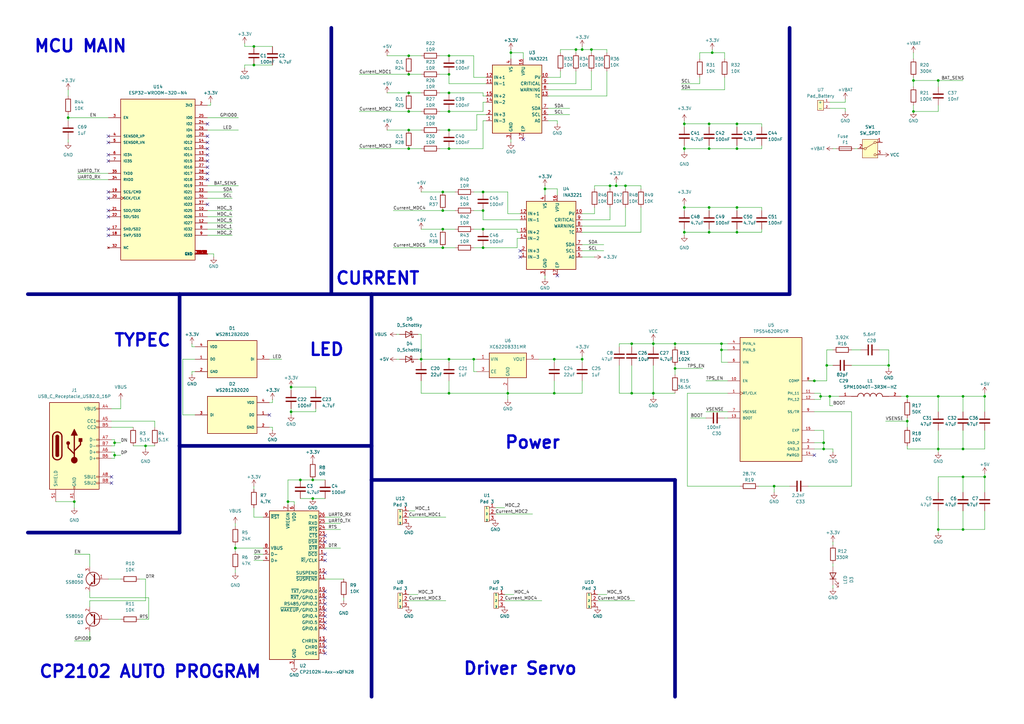
<source format=kicad_sch>
(kicad_sch (version 20231120) (generator "eeschema") (generator_version "8.0")
  (paper "A3")
  (title_block (title "Hand Main") (rev "v0.0.0") (comment 1 "Đinh Quang Sơn"))
  (junction (at 96.52 224.79))
  (junction (at 259.08 140.97))
  (junction (at 267.97 161.29))
  (junction (at 339.09 149.86))
  (junction (at 223.52 77.47))
  (junction (at 242.57 20.32))
  (junction (at 292.1 21.59))
  (junction (at 259.08 161.29))
  (junction (at 119.38 158.75))
  (junction (at 238.76 20.32))
  (junction (at 394.97 195.58))
  (junction (at 256.54 76.2))
  (junction (at 184.15 30.48))
  (junction (at 403.86 195.58))
  (junction (at 167.64 53.34))
  (junction (at 394.97 162.56))
  (junction (at 152.4 182.88))
  (junction (at 280.67 85.09))
  (junction (at 337.82 181.61))
  (junction (at 184.15 161.29))
  (junction (at 372.11 172.72))
  (junction (at 334.01 156.21))
  (junction (at 152.4 196.85))
  (junction (at 184.15 45.72))
  (junction (at 302.26 60.96))
  (junction (at 384.81 184.15))
  (junction (at 152.4 120.65))
  (junction (at 374.65 33.02))
  (junction (at 184.15 60.96))
  (junction (at 198.12 78.74))
  (junction (at 384.81 217.17))
  (junction (at 374.65 45.72))
  (junction (at 104.14 19.05))
  (junction (at 290.83 95.25))
  (junction (at 280.67 50.8))
  (junction (at 394.97 217.17))
  (junction (at 276.86 151.13))
  (junction (at 59.69 182.88))
  (junction (at 167.64 45.72))
  (junction (at 198.12 86.36))
  (junction (at 181.61 78.74))
  (junction (at 340.36 162.56))
  (junction (at 290.83 50.8))
  (junction (at 27.94 48.26))
  (junction (at 295.91 140.97))
  (junction (at 364.49 149.86))
  (junction (at 118.11 205.74))
  (junction (at 135.89 120.65))
  (junction (at 208.28 161.29))
  (junction (at 209.55 21.59))
  (junction (at 30.48 205.74))
  (junction (at 104.14 26.67))
  (junction (at 46.99 181.61))
  (junction (at 302.26 95.25))
  (junction (at 184.15 53.34))
  (junction (at 172.72 147.32))
  (junction (at 181.61 101.6))
  (junction (at 184.15 22.86))
  (junction (at 227.33 161.29))
  (junction (at 290.83 60.96))
  (junction (at 123.19 196.85))
  (junction (at 198.12 101.6))
  (junction (at 167.64 60.96))
  (junction (at 194.31 147.32))
  (junction (at 252.73 76.2))
  (junction (at 167.64 30.48))
  (junction (at 236.22 20.32))
  (junction (at 276.86 140.97))
  (junction (at 73.66 182.88))
  (junction (at 403.86 162.56))
  (junction (at 227.33 147.32))
  (junction (at 73.66 120.65))
  (junction (at 184.15 147.32))
  (junction (at 46.99 186.69))
  (junction (at 394.97 184.15))
  (junction (at 290.83 85.09))
  (junction (at 280.67 95.25))
  (junction (at 302.26 50.8))
  (junction (at 302.26 85.09))
  (junction (at 119.38 168.91))
  (junction (at 198.12 93.98))
  (junction (at 384.81 33.02))
  (junction (at 336.55 162.56))
  (junction (at 181.61 93.98))
  (junction (at 384.81 162.56))
  (junction (at 184.15 38.1))
  (junction (at 238.76 147.32))
  (junction (at 372.11 162.56))
  (junction (at 167.64 38.1))
  (junction (at 250.19 76.2))
  (junction (at 128.27 196.85))
  (junction (at 280.67 60.96))
  (junction (at 295.91 143.51))
  (junction (at 337.82 184.15))
  (junction (at 128.27 204.47))
  (junction (at 267.97 140.97))
  (junction (at 317.5 199.39))
  (junction (at 167.64 22.86))
  (junction (at 181.61 86.36))
  (no_connect (at 228.6 113.03))
  (no_connect (at 133.35 255.27))
  (no_connect (at 133.35 262.89))
  (no_connect (at 110.49 170.18))
  (no_connect (at 133.35 250.19))
  (no_connect (at 133.35 245.11))
  (no_connect (at 213.36 102.87))
  (no_connect (at 44.45 66.04))
  (no_connect (at 133.35 252.73))
  (no_connect (at 44.45 63.5))
  (no_connect (at 44.45 93.98))
  (no_connect (at 133.35 242.57))
  (no_connect (at 85.09 66.04))
  (no_connect (at 133.35 265.43))
  (no_connect (at 44.45 81.28))
  (no_connect (at 133.35 247.65))
  (no_connect (at 85.09 68.58))
  (no_connect (at 85.09 50.8))
  (no_connect (at 85.09 83.82))
  (no_connect (at 44.45 96.52))
  (no_connect (at 85.09 58.42))
  (no_connect (at 44.45 78.74))
  (no_connect (at 133.35 229.87))
  (no_connect (at 44.45 55.88))
  (no_connect (at 133.35 222.25))
  (no_connect (at 133.35 227.33))
  (no_connect (at 334.01 186.69))
  (no_connect (at 133.35 234.95))
  (no_connect (at 85.09 63.5))
  (no_connect (at 44.45 88.9))
  (no_connect (at 85.09 60.96))
  (no_connect (at 85.09 71.12))
  (no_connect (at 45.72 198.12))
  (no_connect (at 44.45 86.36))
  (no_connect (at 133.35 219.71))
  (no_connect (at 133.35 267.97))
  (no_connect (at 85.09 73.66))
  (no_connect (at 133.35 257.81))
  (no_connect (at 45.72 195.58))
  (no_connect (at 44.45 58.42))
  (no_connect (at 214.63 57.15))
  (no_connect (at 85.09 55.88))
  (no_connect (at 213.36 105.41))
  (wire (pts (xy 334.01 161.29) (xy 336.55 161.29)))
  (wire (pts (xy 171.45 147.32) (xy 172.72 147.32)))
  (wire (pts (xy 96.52 224.79) (xy 96.52 226.06)))
  (wire (pts (xy 123.19 196.85) (xy 128.27 196.85)))
  (wire (pts (xy 208.28 161.29) (xy 227.33 161.29)))
  (wire (pts (xy 194.31 22.86) (xy 194.31 31.75)))
  (wire (pts (xy 203.2 210.82) (xy 218.44 210.82)))
  (wire (pts (xy 184.15 45.72) (xy 180.34 45.72)))
  (wire (pts (xy 224.79 34.29) (xy 236.22 34.29)))
  (wire (pts (xy 184.15 60.96) (xy 180.34 60.96)))
  (wire (pts (xy 259.08 161.29) (xy 267.97 161.29)))
  (wire (pts (xy 238.76 90.17) (xy 250.19 90.17)))
  (wire (pts (xy 46.99 185.42) (xy 46.99 186.69)))
  (wire (pts (xy 171.45 137.16) (xy 172.72 137.16)))
  (wire (pts (xy 280.67 49.53) (xy 280.67 50.8)))
  (wire (pts (xy 403.86 176.53) (xy 403.86 184.15)))
  (wire (pts (xy 298.45 148.59) (xy 295.91 148.59)))
  (wire (pts (xy 118.11 205.74) (xy 120.65 205.74)))
  (wire (pts (xy 104.14 199.39) (xy 104.14 200.66)))
  (bus (pts (xy 73.66 182.88) (xy 152.4 182.88)) (stroke (width 1.5)))
  (wire (pts (xy 281.94 161.29) (xy 298.45 161.29)))
  (wire (pts (xy 254 142.24) (xy 254 140.97)))
  (wire (pts (xy 349.25 168.91) (xy 349.25 199.39)))
  (wire (pts (xy 242.57 36.83) (xy 242.57 29.21)))
  (wire (pts (xy 302.26 59.69) (xy 302.26 60.96)))
  (wire (pts (xy 198.12 49.53) (xy 199.39 49.53)))
  (wire (pts (xy 276.86 142.24) (xy 276.86 140.97)))
  (wire (pts (xy 374.65 31.75) (xy 374.65 33.02)))
  (wire (pts (xy 181.61 93.98) (xy 172.72 93.98)))
  (wire (pts (xy 104.14 227.33) (xy 107.95 227.33)))
  (wire (pts (xy 262.89 76.2) (xy 262.89 77.47)))
  (wire (pts (xy 394.97 195.58) (xy 384.81 195.58)))
  (wire (pts (xy 280.67 95.25) (xy 290.83 95.25)))
  (wire (pts (xy 394.97 184.15) (xy 384.81 184.15)))
  (wire (pts (xy 224.79 46.99) (xy 233.68 46.99)))
  (wire (pts (xy 107.95 212.09) (xy 104.14 212.09)))
  (wire (pts (xy 295.91 140.97) (xy 298.45 140.97)))
  (wire (pts (xy 252.73 76.2) (xy 256.54 76.2)))
  (wire (pts (xy 198.12 90.17) (xy 213.36 90.17)))
  (wire (pts (xy 194.31 152.4) (xy 194.31 147.32)))
  (wire (pts (xy 96.52 214.63) (xy 96.52 215.9)))
  (wire (pts (xy 36.83 248.92) (xy 36.83 246.38)))
  (wire (pts (xy 280.67 83.82) (xy 280.67 85.09)))
  (wire (pts (xy 194.31 93.98) (xy 198.12 93.98)))
  (wire (pts (xy 118.11 196.85) (xy 123.19 196.85)))
  (wire (pts (xy 167.64 38.1) (xy 172.72 38.1)))
  (wire (pts (xy 78.74 142.24) (xy 78.74 140.97)))
  (wire (pts (xy 172.72 147.32) (xy 184.15 147.32)))
  (wire (pts (xy 184.15 30.48) (xy 180.34 30.48)))
  (wire (pts (xy 339.09 149.86) (xy 339.09 156.21)))
  (wire (pts (xy 167.64 53.34) (xy 172.72 53.34)))
  (wire (pts (xy 302.26 60.96) (xy 290.83 60.96)))
  (wire (pts (xy 341.63 184.15) (xy 341.63 185.42)))
  (wire (pts (xy 280.67 60.96) (xy 290.83 60.96)))
  (wire (pts (xy 337.82 181.61) (xy 337.82 184.15)))
  (wire (pts (xy 364.49 149.86) (xy 364.49 151.13)))
  (wire (pts (xy 238.76 156.21) (xy 238.76 161.29)))
  (wire (pts (xy 280.67 95.25) (xy 280.67 96.52)))
  (wire (pts (xy 287.02 31.75) (xy 287.02 34.29)))
  (wire (pts (xy 172.72 161.29) (xy 184.15 161.29)))
  (wire (pts (xy 133.35 212.09) (xy 139.7 212.09)))
  (wire (pts (xy 336.55 161.29) (xy 336.55 162.56)))
  (wire (pts (xy 290.83 85.09) (xy 302.26 85.09)))
  (wire (pts (xy 59.69 246.38) (xy 59.69 237.49)))
  (wire (pts (xy 297.18 31.75) (xy 297.18 36.83)))
  (wire (pts (xy 238.76 100.33) (xy 247.65 100.33)))
  (wire (pts (xy 349.25 143.51) (xy 353.06 143.51)))
  (wire (pts (xy 227.33 147.32) (xy 227.33 148.59)))
  (wire (pts (xy 341.63 149.86) (xy 339.09 149.86)))
  (wire (pts (xy 280.67 85.09) (xy 280.67 86.36)))
  (wire (pts (xy 372.11 184.15) (xy 384.81 184.15)))
  (wire (pts (xy 248.92 39.37) (xy 248.92 29.21)))
  (wire (pts (xy 331.47 156.21) (xy 334.01 156.21)))
  (wire (pts (xy 207.01 246.38) (xy 222.25 246.38)))
  (wire (pts (xy 334.01 156.21) (xy 339.09 156.21)))
  (wire (pts (xy 195.58 46.99) (xy 195.58 53.34)))
  (wire (pts (xy 198.12 93.98) (xy 212.09 93.98)))
  (wire (pts (xy 280.67 50.8) (xy 280.67 52.07)))
  (wire (pts (xy 198.12 86.36) (xy 194.31 86.36)))
  (wire (pts (xy 236.22 34.29) (xy 236.22 29.21)))
  (wire (pts (xy 198.12 60.96) (xy 184.15 60.96)))
  (bus (pts (xy 276.86 196.85) (xy 276.86 285.75)) (stroke (width 1.5)))
  (wire (pts (xy 227.33 161.29) (xy 238.76 161.29)))
  (wire (pts (xy 238.76 20.32) (xy 242.57 20.32)))
  (wire (pts (xy 374.65 33.02) (xy 384.81 33.02)))
  (wire (pts (xy 289.56 156.21) (xy 298.45 156.21)))
  (bus (pts (xy 135.89 11.43) (xy 135.89 120.65)) (stroke (width 1.5)))
  (wire (pts (xy 123.19 204.47) (xy 128.27 204.47)))
  (wire (pts (xy 45.72 185.42) (xy 46.99 185.42)))
  (wire (pts (xy 198.12 60.96) (xy 198.12 49.53)))
  (wire (pts (xy 129.54 158.75) (xy 129.54 160.02)))
  (wire (pts (xy 129.54 168.91) (xy 129.54 167.64)))
  (wire (pts (xy 295.91 143.51) (xy 295.91 140.97)))
  (wire (pts (xy 403.86 194.31) (xy 403.86 195.58)))
  (wire (pts (xy 209.55 21.59) (xy 209.55 24.13)))
  (wire (pts (xy 224.79 44.45) (xy 233.68 44.45)))
  (wire (pts (xy 242.57 20.32) (xy 248.92 20.32)))
  (wire (pts (xy 85.09 81.28) (xy 95.25 81.28)))
  (wire (pts (xy 96.52 233.68) (xy 96.52 234.95)))
  (wire (pts (xy 336.55 163.83) (xy 334.01 163.83)))
  (wire (pts (xy 339.09 143.51) (xy 339.09 149.86)))
  (bus (pts (xy 11.43 218.44) (xy 73.66 218.44)) (stroke (width 1.5)))
  (wire (pts (xy 364.49 143.51) (xy 364.49 149.86)))
  (wire (pts (xy 44.45 254) (xy 49.53 254)))
  (wire (pts (xy 238.76 146.05) (xy 238.76 147.32)))
  (wire (pts (xy 384.81 35.56) (xy 384.81 33.02)))
  (wire (pts (xy 289.56 168.91) (xy 298.45 168.91)))
  (wire (pts (xy 394.97 162.56) (xy 384.81 162.56)))
  (wire (pts (xy 238.76 105.41) (xy 243.84 105.41)))
  (wire (pts (xy 290.83 85.09) (xy 290.83 86.36)))
  (wire (pts (xy 96.52 223.52) (xy 96.52 224.79)))
  (wire (pts (xy 259.08 149.86) (xy 259.08 161.29)))
  (wire (pts (xy 147.32 45.72) (xy 167.64 45.72)))
  (wire (pts (xy 100.33 27.94) (xy 100.33 26.67)))
  (wire (pts (xy 297.18 24.13) (xy 297.18 21.59)))
  (wire (pts (xy 403.86 209.55) (xy 403.86 217.17)))
  (wire (pts (xy 238.76 148.59) (xy 238.76 147.32)))
  (wire (pts (xy 27.94 48.26) (xy 27.94 49.53)))
  (wire (pts (xy 227.33 147.32) (xy 238.76 147.32)))
  (wire (pts (xy 238.76 102.87) (xy 247.65 102.87)))
  (wire (pts (xy 27.94 46.99) (xy 27.94 48.26)))
  (wire (pts (xy 167.64 38.1) (xy 158.75 38.1)))
  (wire (pts (xy 78.74 152.4) (xy 80.01 152.4)))
  (wire (pts (xy 384.81 201.93) (xy 384.81 195.58)))
  (wire (pts (xy 85.09 86.36) (xy 95.25 86.36)))
  (wire (pts (xy 199.39 39.37) (xy 198.12 39.37)))
  (wire (pts (xy 36.83 242.57) (xy 36.83 245.11)))
  (wire (pts (xy 384.81 43.18) (xy 384.81 45.72)))
  (wire (pts (xy 85.09 88.9) (xy 95.25 88.9)))
  (wire (pts (xy 295.91 148.59) (xy 295.91 143.51)))
  (wire (pts (xy 45.72 172.72) (xy 63.5 172.72)))
  (wire (pts (xy 394.97 217.17) (xy 403.86 217.17)))
  (wire (pts (xy 374.65 45.72) (xy 384.81 45.72)))
  (wire (pts (xy 119.38 170.18) (xy 119.38 168.91)))
  (wire (pts (xy 372.11 182.88) (xy 372.11 184.15)))
  (wire (pts (xy 254 140.97) (xy 259.08 140.97)))
  (wire (pts (xy 208.28 161.29) (xy 208.28 163.83)))
  (wire (pts (xy 317.5 199.39) (xy 317.5 201.93)))
  (wire (pts (xy 267.97 162.56) (xy 267.97 161.29)))
  (wire (pts (xy 104.14 229.87) (xy 107.95 229.87)))
  (wire (pts (xy 45.72 182.88) (xy 46.99 182.88)))
  (wire (pts (xy 337.82 184.15) (xy 334.01 184.15)))
  (wire (pts (xy 334.01 181.61) (xy 337.82 181.61)))
  (wire (pts (xy 111.76 165.1) (xy 111.76 163.83)))
  (wire (pts (xy 280.67 85.09) (xy 290.83 85.09)))
  (wire (pts (xy 292.1 21.59) (xy 292.1 20.32)))
  (wire (pts (xy 346.71 44.45) (xy 346.71 45.72)))
  (wire (pts (xy 283.21 171.45) (xy 289.56 171.45)))
  (wire (pts (xy 194.31 78.74) (xy 198.12 78.74)))
  (wire (pts (xy 302.26 60.96) (xy 312.42 60.96)))
  (wire (pts (xy 336.55 162.56) (xy 336.55 163.83)))
  (wire (pts (xy 337.82 176.53) (xy 337.82 181.61)))
  (wire (pts (xy 194.31 147.32) (xy 195.58 147.32)))
  (wire (pts (xy 167.64 22.86) (xy 158.75 22.86)))
  (wire (pts (xy 85.09 104.14) (xy 87.63 104.14)))
  (wire (pts (xy 212.09 95.25) (xy 212.09 93.98)))
  (wire (pts (xy 199.39 46.99) (xy 195.58 46.99)))
  (bus (pts (xy 152.4 196.85) (xy 152.4 285.75)) (stroke (width 1.5)))
  (wire (pts (xy 80.01 147.32) (xy 74.93 147.32)))
  (wire (pts (xy 198.12 101.6) (xy 194.31 101.6)))
  (wire (pts (xy 302.26 86.36) (xy 302.26 85.09)))
  (wire (pts (xy 184.15 38.1) (xy 198.12 38.1)))
  (wire (pts (xy 290.83 59.69) (xy 290.83 60.96)))
  (wire (pts (xy 267.97 140.97) (xy 267.97 139.7)))
  (wire (pts (xy 46.99 180.34) (xy 46.99 181.61)))
  (wire (pts (xy 212.09 97.79) (xy 212.09 101.6)))
  (wire (pts (xy 119.38 158.75) (xy 129.54 158.75)))
  (wire (pts (xy 229.87 31.75) (xy 224.79 31.75)))
  (wire (pts (xy 59.69 182.88) (xy 63.5 182.88)))
  (wire (pts (xy 198.12 86.36) (xy 198.12 90.17)))
  (wire (pts (xy 250.19 76.2) (xy 250.19 77.47)))
  (wire (pts (xy 85.09 93.98) (xy 95.25 93.98)))
  (wire (pts (xy 45.72 180.34) (xy 46.99 180.34)))
  (wire (pts (xy 100.33 17.78) (xy 100.33 19.05)))
  (wire (pts (xy 341.63 60.96) (xy 342.9 60.96)))
  (wire (pts (xy 30.48 262.89) (xy 36.83 262.89)))
  (wire (pts (xy 100.33 26.67) (xy 104.14 26.67)))
  (wire (pts (xy 297.18 171.45) (xy 298.45 171.45)))
  (wire (pts (xy 198.12 45.72) (xy 184.15 45.72)))
  (wire (pts (xy 184.15 147.32) (xy 194.31 147.32)))
  (wire (pts (xy 243.84 85.09) (xy 243.84 87.63)))
  (wire (pts (xy 85.09 48.26) (xy 97.79 48.26)))
  (wire (pts (xy 290.83 93.98) (xy 290.83 95.25)))
  (bus (pts (xy 73.66 120.65) (xy 73.66 182.88)) (stroke (width 1.5)))
  (wire (pts (xy 287.02 24.13) (xy 287.02 21.59)))
  (wire (pts (xy 337.82 184.15) (xy 341.63 184.15)))
  (wire (pts (xy 340.36 44.45) (xy 346.71 44.45)))
  (wire (pts (xy 267.97 140.97) (xy 259.08 140.97)))
  (wire (pts (xy 80.01 142.24) (xy 78.74 142.24)))
  (wire (pts (xy 254 161.29) (xy 259.08 161.29)))
  (wire (pts (xy 119.38 168.91) (xy 119.38 167.64)))
  (wire (pts (xy 167.64 45.72) (xy 172.72 45.72)))
  (wire (pts (xy 85.09 96.52) (xy 95.25 96.52)))
  (wire (pts (xy 74.93 170.18) (xy 80.01 170.18)))
  (wire (pts (xy 59.69 237.49) (xy 57.15 237.49)))
  (wire (pts (xy 100.33 19.05) (xy 104.14 19.05)))
  (wire (pts (xy 394.97 217.17) (xy 384.81 217.17)))
  (wire (pts (xy 295.91 143.51) (xy 298.45 143.51)))
  (wire (pts (xy 228.6 80.01) (xy 228.6 77.47)))
  (wire (pts (xy 403.86 162.56) (xy 394.97 162.56)))
  (wire (pts (xy 276.86 140.97) (xy 295.91 140.97)))
  (wire (pts (xy 312.42 93.98) (xy 312.42 95.25)))
  (wire (pts (xy 302.26 85.09) (xy 312.42 85.09)))
  (wire (pts (xy 104.14 212.09) (xy 104.14 208.28)))
  (wire (pts (xy 384.81 176.53) (xy 384.81 184.15)))
  (wire (pts (xy 290.83 50.8) (xy 302.26 50.8)))
  (wire (pts (xy 384.81 209.55) (xy 384.81 217.17)))
  (wire (pts (xy 128.27 204.47) (xy 133.35 204.47)))
  (wire (pts (xy 341.63 231.14) (xy 341.63 232.41)))
  (bus (pts (xy 152.4 196.85) (xy 276.86 196.85)) (stroke (width 1.5)))
  (wire (pts (xy 208.28 87.63) (xy 213.36 87.63)))
  (wire (pts (xy 302.26 95.25) (xy 290.83 95.25)))
  (wire (pts (xy 195.58 53.34) (xy 184.15 53.34)))
  (wire (pts (xy 60.96 254) (xy 57.15 254)))
  (wire (pts (xy 172.72 137.16) (xy 172.72 147.32)))
  (wire (pts (xy 180.34 22.86) (xy 184.15 22.86)))
  (wire (pts (xy 184.15 30.48) (xy 184.15 34.29)))
  (wire (pts (xy 208.28 78.74) (xy 208.28 87.63)))
  (wire (pts (xy 276.86 151.13) (xy 288.29 151.13)))
  (wire (pts (xy 208.28 78.74) (xy 198.12 78.74)))
  (wire (pts (xy 223.52 76.2) (xy 223.52 77.47)))
  (wire (pts (xy 374.65 33.02) (xy 374.65 35.56)))
  (wire (pts (xy 167.64 243.84) (xy 171.45 243.84)))
  (wire (pts (xy 213.36 95.25) (xy 212.09 95.25)))
  (wire (pts (xy 349.25 199.39) (xy 331.47 199.39)))
  (wire (pts (xy 384.81 185.42) (xy 384.81 184.15)))
  (wire (pts (xy 311.15 199.39) (xy 317.5 199.39)))
  (wire (pts (xy 312.42 59.69) (xy 312.42 60.96)))
  (wire (pts (xy 167.64 53.34) (xy 158.75 53.34)))
  (wire (pts (xy 184.15 161.29) (xy 208.28 161.29)))
  (wire (pts (xy 228.6 50.8) (xy 228.6 49.53)))
  (wire (pts (xy 181.61 93.98) (xy 186.69 93.98)))
  (wire (pts (xy 250.19 76.2) (xy 252.73 76.2)))
  (wire (pts (xy 128.27 196.85) (xy 133.35 196.85)))
  (wire (pts (xy 267.97 142.24) (xy 267.97 140.97)))
  (wire (pts (xy 194.31 22.86) (xy 184.15 22.86)))
  (wire (pts (xy 303.53 199.39) (xy 281.94 199.39)))
  (wire (pts (xy 262.89 95.25) (xy 262.89 85.09)))
  (wire (pts (xy 302.26 95.25) (xy 312.42 95.25)))
  (wire (pts (xy 280.67 93.98) (xy 280.67 95.25)))
  (wire (pts (xy 384.81 162.56) (xy 372.11 162.56)))
  (wire (pts (xy 214.63 24.13) (xy 214.63 21.59)))
  (wire (pts (xy 111.76 176.53) (xy 111.76 175.26)))
  (wire (pts (xy 22.86 205.74) (xy 30.48 205.74)))
  (wire (pts (xy 280.67 50.8) (xy 290.83 50.8)))
  (wire (pts (xy 49.53 163.83) (xy 49.53 167.64)))
  (wire (pts (xy 133.35 217.17) (xy 139.7 217.17)))
  (wire (pts (xy 238.76 19.05) (xy 238.76 20.32)))
  (wire (pts (xy 312.42 86.36) (xy 312.42 85.09)))
  (wire (pts (xy 238.76 92.71) (xy 256.54 92.71)))
  (wire (pts (xy 229.87 20.32) (xy 236.22 20.32)))
  (wire (pts (xy 184.15 147.32) (xy 184.15 148.59)))
  (wire (pts (xy 374.65 43.18) (xy 374.65 45.72)))
  (wire (pts (xy 85.09 76.2) (xy 97.79 76.2)))
  (wire (pts (xy 238.76 95.25) (xy 262.89 95.25)))
  (wire (pts (xy 281.94 199.39) (xy 281.94 161.29)))
  (bus (pts (xy 73.66 182.88) (xy 73.66 218.44)) (stroke (width 1.5)))
  (wire (pts (xy 180.34 38.1) (xy 184.15 38.1)))
  (wire (pts (xy 86.36 43.18) (xy 86.36 41.91)))
  (wire (pts (xy 280.67 59.69) (xy 280.67 60.96)))
  (wire (pts (xy 341.63 240.03) (xy 341.63 241.3)))
  (wire (pts (xy 224.79 49.53) (xy 228.6 49.53)))
  (wire (pts (xy 111.76 175.26) (xy 110.49 175.26)))
  (wire (pts (xy 317.5 199.39) (xy 323.85 199.39)))
  (wire (pts (xy 214.63 21.59) (xy 209.55 21.59)))
  (wire (pts (xy 172.72 156.21) (xy 172.72 161.29)))
  (wire (pts (xy 403.86 168.91) (xy 403.86 162.56)))
  (wire (pts (xy 162.56 137.16) (xy 163.83 137.16)))
  (wire (pts (xy 31.75 73.66) (xy 44.45 73.66)))
  (wire (pts (xy 403.86 195.58) (xy 394.97 195.58)))
  (wire (pts (xy 212.09 97.79) (xy 213.36 97.79)))
  (wire (pts (xy 248.92 20.32) (xy 248.92 21.59)))
  (wire (pts (xy 46.99 181.61) (xy 46.99 182.88)))
  (wire (pts (xy 334.01 176.53) (xy 337.82 176.53)))
  (wire (pts (xy 78.74 153.67) (xy 78.74 152.4)))
  (wire (pts (xy 394.97 201.93) (xy 394.97 195.58)))
  (wire (pts (xy 212.09 101.6) (xy 198.12 101.6)))
  (wire (pts (xy 161.29 86.36) (xy 181.61 86.36)))
  (wire (pts (xy 224.79 39.37) (xy 248.92 39.37)))
  (wire (pts (xy 184.15 34.29) (xy 199.39 34.29)))
  (wire (pts (xy 140.97 245.11) (xy 140.97 246.38)))
  (wire (pts (xy 384.81 33.02) (xy 394.97 33.02)))
  (wire (pts (xy 290.83 50.8) (xy 290.83 52.07)))
  (wire (pts (xy 119.38 158.75) (xy 119.38 160.02)))
  (wire (pts (xy 59.69 182.88) (xy 59.69 184.15)))
  (wire (pts (xy 85.09 78.74) (xy 95.25 78.74)))
  (wire (pts (xy 302.26 50.8) (xy 312.42 50.8)))
  (wire (pts (xy 118.11 205.74) (xy 118.11 207.01)))
  (wire (pts (xy 45.72 187.96) (xy 46.99 187.96)))
  (wire (pts (xy 45.72 175.26) (xy 54.61 175.26)))
  (wire (pts (xy 46.99 186.69) (xy 46.99 187.96)))
  (wire (pts (xy 104.14 26.67) (xy 111.76 26.67)))
  (wire (pts (xy 372.11 171.45) (xy 372.11 172.72)))
  (wire (pts (xy 87.63 104.14) (xy 87.63 105.41)))
  (wire (pts (xy 162.56 147.32) (xy 163.83 147.32)))
  (wire (pts (xy 302.26 93.98) (xy 302.26 95.25)))
  (wire (pts (xy 27.94 36.83) (xy 27.94 39.37)))
  (wire (pts (xy 334.01 168.91) (xy 349.25 168.91)))
  (bus (pts (xy 73.66 120.65) (xy 135.89 120.65)) (stroke (width 1.5)))
  (wire (pts (xy 85.09 53.34) (xy 97.79 53.34)))
  (wire (pts (xy 180.34 53.34) (xy 184.15 53.34)))
  (wire (pts (xy 394.97 168.91) (xy 394.97 162.56)))
  (wire (pts (xy 30.48 205.74) (xy 30.48 208.28)))
  (bus (pts (xy 152.4 182.88) (xy 152.4 196.85)) (stroke (width 1.5)))
  (wire (pts (xy 198.12 39.37) (xy 198.12 38.1)))
  (wire (pts (xy 336.55 162.56) (xy 340.36 162.56)))
  (wire (pts (xy 223.52 113.03) (xy 223.52 114.3)))
  (wire (pts (xy 194.31 31.75) (xy 199.39 31.75)))
  (wire (pts (xy 349.25 149.86) (xy 364.49 149.86)))
  (wire (pts (xy 198.12 41.91) (xy 198.12 45.72)))
  (wire (pts (xy 63.5 172.72) (xy 63.5 175.26)))
  (wire (pts (xy 161.29 101.6) (xy 181.61 101.6)))
  (wire (pts (xy 340.36 166.37) (xy 341.63 166.37)))
  (wire (pts (xy 172.72 147.32) (xy 172.72 148.59)))
  (wire (pts (xy 276.86 151.13) (xy 276.86 153.67)))
  (wire (pts (xy 302.26 52.07) (xy 302.26 50.8)))
  (wire (pts (xy 242.57 20.32) (xy 242.57 21.59)))
  (wire (pts (xy 384.81 218.44) (xy 384.81 217.17)))
  (wire (pts (xy 96.52 224.79) (xy 107.95 224.79)))
  (wire (pts (xy 184.15 156.21) (xy 184.15 161.29)))
  (wire (pts (xy 340.36 162.56) (xy 344.17 162.56)))
  (wire (pts (xy 181.61 78.74) (xy 172.72 78.74)))
  (wire (pts (xy 110.49 165.1) (xy 111.76 165.1)))
  (wire (pts (xy 60.96 245.11) (xy 60.96 254)))
  (wire (pts (xy 292.1 21.59) (xy 297.18 21.59)))
  (wire (pts (xy 363.22 172.72) (xy 372.11 172.72)))
  (wire (pts (xy 279.4 34.29) (xy 287.02 34.29)))
  (bus (pts (xy 11.43 120.65) (xy 73.66 120.65)) (stroke (width 1.5)))
  (wire (pts (xy 280.67 60.96) (xy 280.67 62.23)))
  (wire (pts (xy 118.11 205.74) (xy 118.11 196.85)))
  (wire (pts (xy 133.35 224.79) (xy 139.7 224.79)))
  (wire (pts (xy 223.52 77.47) (xy 223.52 80.01)))
  (wire (pts (xy 181.61 101.6) (xy 186.69 101.6)))
  (wire (pts (xy 287.02 21.59) (xy 292.1 21.59)))
  (wire (pts (xy 236.22 20.32) (xy 236.22 21.59)))
  (wire (pts (xy 44.45 237.49) (xy 49.53 237.49)))
  (wire (pts (xy 49.53 167.64) (xy 45.72 167.64)))
  (wire (pts (xy 256.54 76.2) (xy 262.89 76.2)))
  (wire (pts (xy 394.97 184.15) (xy 403.86 184.15)))
  (wire (pts (xy 220.98 147.32) (xy 227.33 147.32)))
  (wire (pts (xy 276.86 149.86) (xy 276.86 151.13)))
  (wire (pts (xy 403.86 201.93) (xy 403.86 195.58)))
  (wire (pts (xy 384.81 168.91) (xy 384.81 162.56)))
  (wire (pts (xy 167.64 246.38) (xy 182.88 246.38)))
  (wire (pts (xy 27.94 57.15) (xy 27.94 58.42)))
  (wire (pts (xy 167.64 209.55) (xy 170.18 209.55)))
  (wire (pts (xy 207.01 243.84) (xy 210.82 243.84)))
  (wire (pts (xy 245.11 246.38) (xy 260.35 246.38)))
  (wire (pts (xy 267.97 149.86) (xy 267.97 161.29)))
  (wire (pts (xy 181.61 78.74) (xy 186.69 78.74)))
  (wire (pts (xy 341.63 222.25) (xy 341.63 223.52)))
  (wire (pts (xy 339.09 143.51) (xy 341.63 143.51)))
  (wire (pts (xy 167.64 60.96) (xy 172.72 60.96)))
  (wire (pts (xy 256.54 76.2) (xy 256.54 77.47)))
  (wire (pts (xy 167.64 212.09) (xy 182.88 212.09)))
  (wire (pts (xy 208.28 160.02) (xy 208.28 161.29)))
  (wire (pts (xy 259.08 142.24) (xy 259.08 140.97)))
  (wire (pts (xy 181.61 86.36) (xy 186.69 86.36)))
  (bus (pts (xy 152.4 120.65) (xy 152.4 182.88)) (stroke (width 1.5)))
  (wire (pts (xy 243.84 76.2) (xy 243.84 77.47)))
  (wire (pts (xy 254 149.86) (xy 254 161.29)))
  (wire (pts (xy 256.54 92.71) (xy 256.54 85.09)))
  (wire (pts (xy 372.11 172.72) (xy 372.11 175.26)))
  (bus (pts (xy 135.89 120.65) (xy 152.4 120.65)) (stroke (width 1.5)))
  (wire (pts (xy 74.93 147.32) (xy 74.93 170.18)))
  (wire (pts (xy 243.84 76.2) (xy 250.19 76.2)))
  (wire (pts (xy 243.84 87.63) (xy 238.76 87.63)))
  (wire (pts (xy 209.55 20.32) (xy 209.55 21.59)))
  (wire (pts (xy 340.36 162.56) (xy 340.36 166.37)))
  (wire (pts (xy 104.14 19.05) (xy 111.76 19.05)))
  (wire (pts (xy 403.86 161.29) (xy 403.86 162.56)))
  (bus (pts (xy 152.4 120.65) (xy 323.85 120.65)) (stroke (width 1.5)))
  (wire (pts (xy 250.19 90.17) (xy 250.19 85.09)))
  (wire (pts (xy 36.83 245.11) (xy 60.96 245.11)))
  (wire (pts (xy 369.57 162.56) (xy 372.11 162.56)))
  (wire (pts (xy 276.86 161.29) (xy 267.97 161.29)))
  (wire (pts (xy 209.55 57.15) (xy 209.55 58.42)))
  (wire (pts (xy 46.99 181.61) (xy 49.53 181.61)))
  (wire (pts (xy 30.48 227.33) (xy 36.83 227.33)))
  (wire (pts (xy 85.09 91.44) (xy 95.25 91.44)))
  (wire (pts (xy 374.65 21.59) (xy 374.65 24.13)))
  (wire (pts (xy 133.35 214.63) (xy 139.7 214.63)))
  (wire (pts (xy 36.83 232.41) (xy 36.83 227.33)))
  (wire (pts (xy 110.49 147.32) (xy 115.57 147.32)))
  (wire (pts (xy 167.64 30.48) (xy 172.72 30.48)))
  (wire (pts (xy 236.22 20.32) (xy 238.76 20.32)))
  (wire (pts (xy 167.64 22.86) (xy 172.72 22.86)))
  (wire (pts (xy 36.83 259.08) (xy 36.83 262.89)))
  (wire (pts (xy 36.83 246.38) (xy 59.69 246.38)))
  (wire (pts (xy 340.36 41.91) (xy 346.71 41.91)))
  (wire (pts (xy 54.61 182.88) (xy 59.69 182.88)))
  (wire (pts (xy 147.32 30.48) (xy 167.64 30.48)))
  (wire (pts (xy 31.75 71.12) (xy 44.45 71.12)))
  (wire (pts (xy 119.38 168.91) (xy 129.54 168.91)))
  (wire (pts (xy 46.99 186.69) (xy 49.53 186.69)))
  (wire (pts (xy 245.11 243.84) (xy 248.92 243.84)))
  (wire (pts (xy 372.11 162.56) (xy 372.11 163.83)))
  (wire (pts (xy 85.09 43.18) (xy 86.36 43.18)))
  (wire (pts (xy 228.6 77.47) (xy 223.52 77.47)))
  (wire (pts (xy 229.87 29.21) (xy 229.87 31.75)))
  (wire (pts (xy 224.79 36.83) (xy 242.57 36.83)))
  (wire (pts (xy 252.73 74.93) (xy 252.73 76.2)))
  (wire (pts (xy 227.33 156.21) (xy 227.33 161.29)))
  (wire (pts (xy 133.35 237.49) (xy 140.97 237.49)))
  (wire (pts (xy 198.12 41.91) (xy 199.39 41.91)))
  (wire (pts (xy 360.68 143.51) (xy 364.49 143.51)))
  (wire (pts (xy 195.58 152.4) (xy 194.31 152.4)))
  (bus (pts (xy 323.85 11.43) (xy 323.85 120.65)) (stroke (width 1.5)))
  (wire (pts (xy 312.42 52.07) (xy 312.42 50.8)))
  (wire (pts (xy 346.71 41.91) (xy 346.71 40.64)))
  (wire (pts (xy 394.97 176.53) (xy 394.97 184.15)))
  (wire (pts (xy 276.86 140.97) (xy 267.97 140.97)))
  (wire (pts (xy 229.87 20.32) (xy 229.87 21.59)))
  (wire (pts (xy 27.94 48.26) (xy 44.45 48.26)))
  (wire (pts (xy 147.32 60.96) (xy 167.64 60.96)))
  (wire (pts (xy 279.4 36.83) (xy 297.18 36.83)))
  (wire (pts (xy 120.65 207.01) (xy 120.65 205.74)))
  (wire (pts (xy 350.52 60.96) (xy 351.79 60.96)))
  (wire (pts (xy 394.97 209.55) (xy 394.97 217.17)))
  (wire (pts (xy 203.2 208.28) (xy 207.01 208.28)))
  (text "CP2102 AUTO PROGRAM \n" (at 63.5 275.59 0) (effects (font (size 5 5) (thickness 1) (bold yes))))
  (text "Power" (at 218.44 181.61 0) (effects (font (size 5 5) (thickness 1) (bold yes))))
  (text "CURRENT" (at 154.94 114.3 0) (effects (font (size 5 5) (thickness 1) (bold yes))))
  (text "TYPEC" (at 58.42 139.7 0) (effects (font (size 5 5) (thickness 1) (bold yes))))
  (text "Driver Servo" (at 213.36 274.32 0) (effects (font (size 5 5) (thickness 1) (bold yes))))
  (text "MCU MAIN" (at 33.02 19.05 0) (effects (font (size 5 5) (thickness 1) (bold yes))))
  (text "LED " (at 135.89 143.51 0) (effects (font (size 5 5) (thickness 1) (bold yes))))
  (label "SCL" (at 227.33 46.99 0))
  (label "Current_MDC2" (at 203.2 210.82 0))
  (label "SDA" (at 279.4 36.83 0))
  (label "Current_MDC4" (at 207.01 246.38 0))
  (label "GPIO00" (at 90.17 48.26 0))
  (label "MDC_1" (at 170.18 209.55 0))
  (label "LED" (at 111.76 147.32 0))
  (label "SDA" (at 91.44 78.74 0))
  (label "Current_MDC3" (at 167.64 246.38 0))
  (label "BOOT" (at 341.63 166.37 0))
  (label "DTR" (at 59.69 237.49 0))
  (label "Current_MDC1" (at 167.64 212.09 0))
  (label "Current_MDC1" (at 147.32 30.48 0))
  (label "MDC_2" (at 88.9 96.52 0))
  (label "SCL" (at 279.4 34.29 0))
  (label "Current_MDC3" (at 147.32 60.96 0))
  (label "LED" (at 91.44 53.34 0))
  (label "UART0_TX" (at 31.75 71.12 0))
  (label "UART0_TX" (at 134.62 214.63 0))
  (label "EN" (at 36.83 48.26 0))
  (label "UART0_RX" (at 31.75 73.66 0))
  (label "SCL" (at 241.3 102.87 0))
  (label "Current_MDC5" (at 161.29 101.6 0))
  (label "BAT_SENS" (at 386.08 33.02 0))
  (label "MDC_4" (at 210.82 243.84 0))
  (label "EN" (at 30.48 227.33 0))
  (label "RTS" (at 134.62 217.17 0))
  (label "DN" (at 104.14 227.33 0))
  (label "MDC_5" (at 248.92 243.84 0))
  (label "GPIO00" (at 30.48 262.89 0))
  (label "TPS_EN" (at 289.56 156.21 0))
  (label "DP" (at 49.53 186.69 0))
  (label "Current_MDC4" (at 161.29 86.36 0))
  (label "RTS" (at 57.15 254 0))
  (label "UART0_RX" (at 134.62 212.09 0))
  (label "VSENSE" (at 289.56 168.91 0))
  (label "SDA" (at 227.33 44.45 0))
  (label "MDC_2" (at 207.01 208.28 0))
  (label "MDC_1" (at 88.9 93.98 0))
  (label "MDC_4" (at 88.9 88.9 0))
  (label "Current_MDC2" (at 147.32 45.72 0))
  (label "MDC_5" (at 88.9 91.44 0))
  (label "TPS_EN" (at 281.94 151.13 0))
  (label "DN" (at 49.53 181.61 0))
  (label "BAT_SENS" (at 87.63 76.2 0))
  (label "MDC_3" (at 88.9 86.36 0))
  (label "DTR" (at 134.62 224.79 0))
  (label "BOOT" (at 283.21 171.45 0))
  (label "DP" (at 104.14 229.87 0))
  (label "SDA" (at 241.3 100.33 0))
  (label "SCL" (at 91.44 81.28 0))
  (label "Current_MDC5" (at 245.11 246.38 0))
  (label "VSENSE" (at 363.22 172.72 0))
  (label "MDC_3" (at 171.45 243.84 0))
  (symbol (lib_id "Device:R") (at 276.86 146.05 180) (unit 1)
    (property "Reference" "R13" (at 280.67 144.78 0))
    (property "Value" "102K" (at 280.67 147.32 0))
    (property "Footprint" "Capacitor_SMD:C_0402_1005Metric" (effects (hide yes)))
    (property "Description" "Resistor" (effects (hide yes)))
  )
  (symbol (lib_id "power:GND") (at 167.64 248.92 0) (unit 1)
    (property "Reference" "#PWR070" (effects (hide yes)))
    (property "Value" "GND" (at 167.64 252.73 0))
    (property "Description" "Power symbol creates a global label with name \"GND\" , ground" (effects (hide yes)))
  )
  (symbol (lib_id "Device:C") (at 290.83 55.88 0) (unit 1)
    (property "Reference" "C42" (at 293.37 54.61 0) (effects (justify left)))
    (property "Value" "100nF" (at 293.37 57.15 0) (effects (justify left)))
    (property "Footprint" "Capacitor_SMD:C_0402_1005Metric" (effects (hide yes)))
    (property "Description" "Unpolarized capacitor" (effects (hide yes)))
  )
  (symbol (lib_id "Device:R") (at 229.87 25.4 0) (unit 1)
    (property "Reference" "R33" (at 231.14 24.13 0) (effects (justify left)))
    (property "Value" "10K" (at 231.14 26.67 0) (effects (justify left)))
    (property "Footprint" "Capacitor_SMD:C_0402_1005Metric" (effects (hide yes)))
    (property "Description" "Resistor" (effects (hide yes)))
  )
  (symbol (lib_id "power:VBUS") (at 49.53 163.83 0) (unit 1)
    (property "Reference" "#PWR011" (effects (hide yes)))
    (property "Value" "VBUS" (at 49.53 158.75 0))
    (property "Description" "Power symbol creates a global label with name \"VBUS\"" (effects (hide yes)))
  )
  (symbol (lib_id "SPM10040T-3R3M-HZ:SPM10040T-3R3M-HZ") (at 356.87 162.56 0) (unit 1)
    (property "Reference" "L1" (at 356.87 156.21 0))
    (property "Value" "SPM10040T-3R3M-HZ" (at 356.87 158.75 0))
    (property "Footprint" "SPM10040T-3R3M-HZ:IND_SPM10040T-3R3M-HZ" (effects (hide yes)))
    (property "MF" "TDK Corporation" (effects (hide yes)))
    (property "MAXIMUM_PACKAGE_HEIGHT" "4.0 mm" (effects (hide yes)))
    (property "Package" "NON STANDARD-2 TDK" (effects (hide yes)))
    (property "Price" "None" (effects (hide yes)))
    (property "Check_prices" "https://www.snapeda.com/parts/SPM10040T-3R3M-HZ/TDK/view-part/?ref=eda" (effects (hide yes)))
    (property "STANDARD" "Manufacturer Recommendations" (effects (hide yes)))
    (property "PARTREV" "20210512" (effects (hide yes)))
    (property "SnapEDA_Link" "https://www.snapeda.com/parts/SPM10040T-3R3M-HZ/TDK/view-part/?ref=snap" (effects (hide yes)))
    (property "MP" "SPM10040T-3R3M-HZ" (effects (hide yes)))
    (property "Description_1" "\n                        \n                            3.3 µH Shielded Drum Core, Wirewound Inductor 15.3 A 11mOhm Max Nonstandard\n                        \n" (effects (hide yes)))
    (property "Availability" "In Stock" (effects (hide yes)))
    (property "MANUFACTURER" "TDK" (effects (hide yes)))
  )
  (symbol (lib_id "power:+3.3V") (at 78.74 140.97 0) (unit 1)
    (property "Reference" "#PWR021" (effects (hide yes)))
    (property "Value" "+3.3V" (at 78.74 137.16 0))
    (property "Description" "Power symbol creates a global label with name \"+3.3V\"" (effects (hide yes)))
  )
  (symbol (lib_id "Device:R") (at 307.34 199.39 270) (unit 1)
    (property "Reference" "R19" (at 307.34 196.85 90))
    (property "Value" "28.7K" (at 307.34 194.31 90))
    (property "Footprint" "Capacitor_SMD:C_0402_1005Metric" (effects (hide yes)))
    (property "Description" "Resistor" (effects (hide yes)))
  )
  (symbol (lib_id "Power_Management:INA3221") (at 226.06 97.79 0) (unit 1)
    (property "Reference" "U4" (at 230.7941 77.47 0) (effects (justify left)))
    (property "Value" "INA3221" (at 230.7941 80.01 0) (effects (justify left)))
    (property "Footprint" "Package_DFN_QFN:Texas_RGV0016A_VQFN-16-1EP_4x4mm_P0.65mm_EP2.1x2.1mm" (effects (hide yes)))
    (property "Datasheet" "http://www.ti.com/lit/ds/symlink/ina3221.pdf" (effects (hide yes)))
    (property "Description" "Triple-Channel High-Side Shunt and Bus Voltage Monitor with I2C and SMBUS Compatible Interface, QFN-16" (effects (hide yes)))
  )
  (symbol (lib_id "Device:R") (at 372.11 167.64 180) (unit 1)
    (property "Reference" "R17" (at 375.92 166.37 0))
    (property "Value" "50K" (at 375.92 168.91 0))
    (property "Footprint" "Capacitor_SMD:C_0402_1005Metric" (effects (hide yes)))
    (property "Description" "Resistor" (effects (hide yes)))
  )
  (symbol (lib_id "Device:R") (at 243.84 81.28 0) (unit 1)
    (property "Reference" "R46" (at 245.11 80.01 0) (effects (justify left)))
    (property "Value" "10K" (at 245.11 82.55 0) (effects (justify left)))
    (property "Footprint" "Capacitor_SMD:C_0402_1005Metric" (effects (hide yes)))
    (property "Description" "Resistor" (effects (hide yes)))
  )
  (symbol (lib_id "Device:C") (at 384.81 205.74 180) (unit 1)
    (property "Reference" "C5" (at 382.27 204.47 0) (effects (justify left)))
    (property "Value" "47uF" (at 382.27 207.01 0) (effects (justify left)))
    (property "Footprint" "Capacitor_SMD:C_0805_2012Metric" (effects (hide yes)))
    (property "Description" "Unpolarized capacitor" (effects (hide yes)))
  )
  (symbol (lib_id "Device:R") (at 176.53 22.86 90) (unit 1)
    (property "Reference" "R22" (at 176.53 17.78 90))
    (property "Value" "10R" (at 176.53 20.32 90))
    (property "Footprint" "Capacitor_SMD:C_0402_1005Metric" (effects (hide yes)))
    (property "Description" "Resistor" (effects (hide yes)))
  )
  (symbol (lib_id "power:GND") (at 119.38 170.18 0) (unit 1)
    (property "Reference" "#PWR020" (effects (hide yes)))
    (property "Value" "GND" (at 119.38 173.99 0))
    (property "Description" "Power symbol creates a global label with name \"GND\" , ground" (effects (hide yes)))
  )
  (symbol (lib_id "Device:R") (at 104.14 204.47 180) (unit 1)
    (property "Reference" "R7" (at 106.68 203.1999 0) (effects (justify right)))
    (property "Value" "4.7K" (at 106.68 205.7399 0) (effects (justify right)))
    (property "Footprint" "Capacitor_SMD:C_0402_1005Metric" (effects (hide yes)))
    (property "Description" "Resistor" (effects (hide yes)))
  )
  (symbol (lib_id "Transistor_BJT:SS8050") (at 39.37 254 180) (unit 1)
    (property "Reference" "Q3" (at 34.29 255.2701 0) (effects (justify left)))
    (property "Value" "SS8050" (at 34.29 252.7301 0) (effects (justify left)))
    (property "Footprint" "Package_TO_SOT_SMD:SOT-23" (effects (hide yes)))
    (property "Datasheet" "http://www.secosgmbh.com/datasheet/products/SSMPTransistor/SOT-23/SS8050.pdf" (effects (hide yes)))
    (property "Description" "General Purpose NPN Transistor, 1.5A Ic, 25V Vce, SOT-23" (effects (hide yes)))
  )
  (symbol (lib_id "power:GND") (at 59.69 184.15 0) (unit 1)
    (property "Reference" "#PWR012" (effects (hide yes)))
    (property "Value" "GND" (at 59.69 189.23 0))
    (property "Description" "Power symbol creates a global label with name \"GND\" , ground" (effects (hide yes)))
  )
  (symbol (lib_id "Device:R") (at 128.27 193.04 180) (unit 1)
    (property "Reference" "R8" (at 130.81 191.7699 0) (effects (justify right)))
    (property "Value" "0R" (at 130.81 194.3099 0) (effects (justify right)))
    (property "Footprint" "Capacitor_SMD:C_0402_1005Metric" (effects (hide yes)))
    (property "Description" "Resistor" (effects (hide yes)))
  )
  (symbol (lib_id "Device:C") (at 27.94 53.34 0) (unit 1)
    (property "Reference" "C69" (at 31.75 52.0699 0) (effects (justify left)))
    (property "Value" "1uF" (at 31.75 54.6099 0) (effects (justify left)))
    (property "Footprint" "Capacitor_SMD:C_0402_1005Metric" (effects (hide yes)))
    (property "Description" "Unpolarized capacitor" (effects (hide yes)))
  )
  (symbol (lib_id "power:+3.3V") (at 280.67 49.53 0) (unit 1)
    (property "Reference" "#PWR052" (effects (hide yes)))
    (property "Value" "+3.3V" (at 280.67 44.45 0))
    (property "Description" "Power symbol creates a global label with name \"+3.3V\"" (effects (hide yes)))
  )
  (symbol (lib_id "Device:R") (at 176.53 30.48 90) (unit 1)
    (property "Reference" "R23" (at 176.53 25.4 90))
    (property "Value" "10R" (at 176.53 27.94 90))
    (property "Footprint" "Capacitor_SMD:C_0402_1005Metric" (effects (hide yes)))
    (property "Description" "Resistor" (effects (hide yes)))
  )
  (symbol (lib_id "Transistor_BJT:SS8050") (at 39.37 237.49 0) (mirror y) (unit 1)
    (property "Reference" "Q2" (at 34.29 236.2199 0) (effects (justify left)))
    (property "Value" "SS8050" (at 34.29 238.7599 0) (effects (justify left)))
    (property "Footprint" "Package_TO_SOT_SMD:SOT-23" (effects (hide yes)))
    (property "Datasheet" "http://www.secosgmbh.com/datasheet/products/SSMPTransistor/SOT-23/SS8050.pdf" (effects (hide yes)))
    (property "Description" "General Purpose NPN Transistor, 1.5A Ic, 25V Vce, SOT-23" (effects (hide yes)))
  )
  (symbol (lib_id "Device:C") (at 356.87 143.51 90) (unit 1)
    (property "Reference" "C28" (at 359.41 139.7 90) (effects (justify left)))
    (property "Value" "5.6nF" (at 359.41 137.16 90) (effects (justify left)))
    (property "Footprint" "Capacitor_SMD:C_0402_1005Metric" (effects (hide yes)))
    (property "Description" "Unpolarized capacitor" (effects (hide yes)))
  )
  (symbol (lib_id "power:GND") (at 128.27 204.47 0) (unit 1)
    (property "Reference" "#PWR07" (effects (hide yes)))
    (property "Value" "GND" (at 128.27 208.28 0))
    (property "Description" "Power symbol creates a global label with name \"GND\" , ground" (effects (hide yes)))
  )
  (symbol (lib_id "Device:C") (at 403.86 205.74 180) (unit 1)
    (property "Reference" "C7" (at 401.32 204.47 0) (effects (justify left)))
    (property "Value" "47uF" (at 401.32 207.01 0) (effects (justify left)))
    (property "Footprint" "Capacitor_SMD:C_0805_2012Metric" (effects (hide yes)))
    (property "Description" "Unpolarized capacitor" (effects (hide yes)))
  )
  (symbol (lib_id "Device:C") (at 403.86 172.72 180) (unit 1)
    (property "Reference" "C36" (at 401.32 171.45 0) (effects (justify left)))
    (property "Value" "47uF" (at 401.32 173.99 0) (effects (justify left)))
    (property "Footprint" "Capacitor_SMD:C_0805_2012Metric" (effects (hide yes)))
    (property "Description" "Unpolarized capacitor" (effects (hide yes)))
  )
  (symbol (lib_id "power:GND") (at 384.81 185.42 0) (unit 1)
    (property "Reference" "#PWR043" (effects (hide yes)))
    (property "Value" "GND" (at 384.81 189.23 0))
    (property "Description" "Power symbol creates a global label with name \"GND\" , ground" (effects (hide yes)))
  )
  (symbol (lib_id "Device:R") (at 167.64 57.15 180) (unit 1)
    (property "Reference" "R28" (at 163.83 58.42 0))
    (property "Value" "0.1" (at 163.83 55.88 0))
    (property "Footprint" "Resistor_SMD:R_2512_6332Metric" (effects (hide yes)))
    (property "Description" "Resistor" (effects (hide yes)))
  )
  (symbol (lib_id "Device:C") (at 267.97 146.05 0) (unit 1)
    (property "Reference" "C27" (at 270.51 144.78 0) (effects (justify left)))
    (property "Value" "4.7uF" (at 270.51 147.32 0) (effects (justify left)))
    (property "Footprint" "Capacitor_SMD:C_0603_1608Metric" (effects (hide yes)))
    (property "Description" "Unpolarized capacitor" (effects (hide yes)))
  )
  (symbol (lib_id "Device:C") (at 111.76 22.86 0) (unit 1)
    (property "Reference" "C2" (at 114.3 22.86 0) (effects (justify left)))
    (property "Value" "4.7uF" (at 114.3 25.4 0) (effects (justify left)))
    (property "Footprint" "Capacitor_SMD:C_0402_1005Metric" (effects (hide yes)))
    (property "Description" "Unpolarized capacitor" (effects (hide yes)))
  )
  (symbol (lib_id "Device:R") (at 256.54 81.28 0) (unit 1)
    (property "Reference" "R48" (at 257.81 80.01 0) (effects (justify left)))
    (property "Value" "10K" (at 257.81 82.55 0) (effects (justify left)))
    (property "Footprint" "Capacitor_SMD:C_0402_1005Metric" (effects (hide yes)))
    (property "Description" "Resistor" (effects (hide yes)))
  )
  (symbol (lib_id "Interface_USB:CP2102N-Axx-xQFN28") (at 120.65 240.03 0) (unit 1)
    (property "Reference" "U2" (at 122.8441 273.05 0) (effects (justify left)))
    (property "Value" "CP2102N-Axx-xQFN28" (at 122.8441 275.59 0) (effects (justify left)))
    (property "Footprint" "Package_DFN_QFN:QFN-28-1EP_5x5mm_P0.5mm_EP3.35x3.35mm" (effects (hide yes)))
    (property "Datasheet" "https://www.silabs.com/documents/public/data-sheets/cp2102n-datasheet.pdf" (effects (hide yes)))
    (property "Description" "USB to UART master bridge, QFN-28" (effects (hide yes)))
  )
  (symbol (lib_id "Device:C") (at 394.97 205.74 180) (unit 1)
    (property "Reference" "C6" (at 392.43 204.47 0) (effects (justify left)))
    (property "Value" "47uF" (at 392.43 207.01 0) (effects (justify left)))
    (property "Footprint" "Capacitor_SMD:C_0805_2012Metric" (effects (hide yes)))
    (property "Description" "Unpolarized capacitor" (effects (hide yes)))
  )
  (symbol (lib_id "WS2812B2020:WS2812B2020") (at 95.25 170.18 0) (unit 1)
    (property "Reference" "D2" (at 95.25 157.48 0))
    (property "Value" "WS2812B2020" (at 95.25 160.02 0))
    (property "Footprint" "WS2812B2020:LED_WS2812B2020" (effects (hide yes)))
    (property "MF" "WorldSemi" (effects (hide yes)))
    (property "MAXIMUM_PACKAGE_HEIGHT" "0.84 mm" (effects (hide yes)))
    (property "Package" "None" (effects (hide yes)))
    (property "Price" "None" (effects (hide yes)))
    (property "Check_prices" "https://www.snapeda.com/parts/WS2812B-2020/Worldsemi/view-part/?ref=eda" (effects (hide yes)))
    (property "STANDARD" "Manufacturer Recommendations" (effects (hide yes)))
    (property "PARTREV" "V1.0" (effects (hide yes)))
    (property "SnapEDA_Link" "https://www.snapeda.com/parts/WS2812B-2020/Worldsemi/view-part/?ref=snap" (effects (hide yes)))
    (property "MP" "WS2812B-2020" (effects (hide yes)))
    (property "Description_1" "\n                        \n                            Programmable LED; SMD; 2020; RGB; 2x2x0.84mm; 3.7÷5.3V; 2kHz\n                        \n" (effects (hide yes)))
    (property "Availability" "Not in stock" (effects (hide yes)))
    (property "MANUFACTURER" "WorldSemi" (effects (hide yes)))
  )
  (symbol (lib_id "power:VBUS") (at 158.75 53.34 0) (unit 1)
    (property "Reference" "#PWR077" (effects (hide yes)))
    (property "Value" "+5V" (at 158.75 49.53 0))
    (property "Description" "Power symbol creates a global label with name \"VBUS\"" (effects (hide yes)))
  )
  (symbol (lib_id "power:+3.3V") (at 209.55 20.32 0) (unit 1)
    (property "Reference" "#PWR051" (effects (hide yes)))
    (property "Value" "+3.3V" (at 209.55 16.51 0))
    (property "Description" "Power symbol creates a global label with name \"+3.3V\"" (effects (hide yes)))
  )
  (symbol (lib_id "Device:R") (at 54.61 179.07 180) (unit 1)
    (property "Reference" "R3" (at 57.15 177.7999 0) (effects (justify right)))
    (property "Value" "5.1K" (at 57.15 180.3399 0) (effects (justify right)))
    (property "Footprint" "Capacitor_SMD:C_0402_1005Metric" (effects (hide yes)))
    (property "Description" "Resistor" (effects (hide yes)))
  )
  (symbol (lib_id "power:GND") (at 209.55 58.42 0) (unit 1)
    (property "Reference" "#PWR050" (effects (hide yes)))
    (property "Value" "GND" (at 209.55 62.23 0))
    (property "Description" "Power symbol creates a global label with name \"GND\" , ground" (effects (hide yes)))
  )
  (symbol (lib_id "ESP32-WROOM-32D-N4:ESP32-WROOM-32D-N4") (at 64.77 73.66 0) (unit 1)
    (property "Reference" "U14" (at 64.77 35.56 0))
    (property "Value" "ESP32-WROOM-32D-N4" (at 64.77 38.1 0))
    (property "Footprint" "RF_Module:ESP32-WROOM-32D" (effects (hide yes)))
    (property "MF" "Espressif Systems" (effects (hide yes)))
    (property "SNAPEDA_PACKAGE_ID" "38981" (effects (hide yes)))
    (property "Package" "Non Standard Espressif Systems" (effects (hide yes)))
    (property "Price" "None" (effects (hide yes)))
    (property "Check_prices" "https://www.snapeda.com/parts/ESP32-WROOM-32D-N4/Espressif+Systems/view-part/?ref=eda" (effects (hide yes)))
    (property "STANDARD" "Manufacturer Recommendations" (effects (hide yes)))
    (property "PARTREV" "1.9" (effects (hide yes)))
    (property "SnapEDA_Link" "https://www.snapeda.com/parts/ESP32-WROOM-32D-N4/Espressif+Systems/view-part/?ref=snap" (effects (hide yes)))
    (property "MP" "ESP32-WROOM-32D-N4" (effects (hide yes)))
    (property "Description_1" "\nBluetooth, WiFi 802.11b/g/n, Bluetooth v4.2 +EDR, Class 1, 2 and 3 Transceiver Module 2.4GHz ~ 2.5GHz Integrated, Trace Surface Mount\n" (effects (hide yes)))
    (property "MANUFACTURER" "Espressif Systems" (effects (hide yes)))
    (property "Availability" "In Stock" (effects (hide yes)))
    (property "MAXIMUM_PACKAGE_HEIGHT" "3.2 mm" (effects (hide yes)))
  )
  (symbol (lib_id "Pad:Pad_3") (at 241.3 246.38 0) (unit 1)
    (property "Reference" "U10" (at 241.6175 238.76 0))
    (property "Value" "Pad 3" (at 241.6175 241.3 0))
    (property "Footprint" "Pad:Pad 3" (effects (hide yes)))
  )
  (symbol (lib_id "Pad:Pad_Battery") (at 336.55 43.18 0) (unit 1)
    (property "Reference" "U7" (at 336.55 36.83 0))
    (property "Value" "Pad_Battery" (at 336.55 39.37 0))
    (property "Footprint" "Connector_JST:JST_XH_B2B-XH-AM_1x02_P2.50mm_Vertical" (effects (hide yes)))
  )
  (symbol (lib_id "power:+3.3V") (at 267.97 139.7 0) (unit 1)
    (property "Reference" "#PWR040" (effects (hide yes)))
    (property "Value" "VCC" (at 267.97 135.89 0))
    (property "Description" "Power symbol creates a global label with name \"+3.3V\"" (effects (hide yes)))
  )
  (symbol (lib_id "power:+3.3V") (at 119.38 158.75 0) (unit 1)
    (property "Reference" "#PWR019" (effects (hide yes)))
    (property "Value" "+3.3V" (at 119.38 154.94 0))
    (property "Description" "Power symbol creates a global label with name \"+3.3V\"" (effects (hide yes)))
  )
  (symbol (lib_id "Device:R") (at 190.5 93.98 90) (unit 1)
    (property "Reference" "R42" (at 190.5 88.9 90))
    (property "Value" "10R" (at 190.5 91.44 90))
    (property "Footprint" "Capacitor_SMD:C_0402_1005Metric" (effects (hide yes)))
    (property "Description" "Resistor" (effects (hide yes)))
  )
  (symbol (lib_id "Device:C") (at 384.81 39.37 0) (unit 1)
    (property "Reference" "C37" (at 388.62 38.0999 0) (effects (justify left)))
    (property "Value" "10nF" (at 388.62 40.6399 0) (effects (justify left)))
    (property "Footprint" "Capacitor_SMD:C_0402_1005Metric" (effects (hide yes)))
    (property "Description" "Unpolarized capacitor" (effects (hide yes)))
  )
  (symbol (lib_id "power:VBUS") (at 158.75 22.86 0) (unit 1)
    (property "Reference" "#PWR075" (effects (hide yes)))
    (property "Value" "+5V" (at 158.75 19.05 0))
    (property "Description" "Power symbol creates a global label with name \"VBUS\"" (effects (hide yes)))
  )
  (symbol (lib_id "power:GND") (at 341.63 185.42 0) (unit 1)
    (property "Reference" "#PWR028" (effects (hide yes)))
    (property "Value" "GND" (at 341.63 189.23 0))
    (property "Description" "Power symbol creates a global label with name \"GND\" , ground" (effects (hide yes)))
  )
  (symbol (lib_id "Device:C") (at 184.15 41.91 0) (unit 1)
    (property "Reference" "C39" (at 186.69 40.64 0) (effects (justify left)))
    (property "Value" "100nF" (at 186.69 43.18 0) (effects (justify left)))
    (property "Footprint" "Capacitor_SMD:C_0402_1005Metric" (effects (hide yes)))
    (property "Description" "Unpolarized capacitor" (effects (hide yes)))
  )
  (symbol (lib_id "power:GND") (at 140.97 246.38 0) (unit 1)
    (property "Reference" "#PWR018" (effects (hide yes)))
    (property "Value" "GND" (at 140.97 251.46 0))
    (property "Description" "Power symbol creates a global label with name \"GND\" , ground" (effects (hide yes)))
  )
  (symbol (lib_id "TPS54620RGYR:TPS54620RGYR") (at 316.23 163.83 0) (unit 1)
    (property "Reference" "U5" (at 316.23 133.35 0))
    (property "Value" "TPS54620RGYR" (at 316.23 135.89 0))
    (property "Footprint" "TPS54620RGYR:QFN50P350X350X100-15N" (effects (hide yes)))
    (property "MF" "Texas Instruments" (effects (hide yes)))
    (property "MAXIMUM_PACKAGE_HEIGHT" "1.00mm" (effects (hide yes)))
    (property "Package" "VQFN-14 Texas Instruments" (effects (hide yes)))
    (property "Price" "None" (effects (hide yes)))
    (property "Check_prices" "https://www.snapeda.com/parts/TPS54620RGYR/Texas+Instruments/view-part/?ref=eda" (effects (hide yes)))
    (property "STANDARD" "IPC 7351B" (effects (hide yes)))
    (property "PARTREV" "06/2011" (effects (hide yes)))
    (property "SnapEDA_Link" "https://www.snapeda.com/parts/TPS54620RGYR/Texas+Instruments/view-part/?ref=snap" (effects (hide yes)))
    (property "MP" "TPS54620RGYR" (effects (hide yes)))
    (property "Description_1" "\n                        \n                            4.5-V to 17-V, 6-A synchronous SWIFT™ buck converter\n                        \n" (effects (hide yes)))
    (property "Availability" "In Stock" (effects (hide yes)))
    (property "MANUFACTURER" "Texas Instruments" (effects (hide yes)))
  )
  (symbol (lib_id "Device:R") (at 176.53 60.96 90) (unit 1)
    (property "Reference" "R30" (at 176.53 55.88 90))
    (property "Value" "10R" (at 176.53 58.42 90))
    (property "Footprint" "Capacitor_SMD:C_0402_1005Metric" (effects (hide yes)))
    (property "Description" "Resistor" (effects (hide yes)))
  )
  (symbol (lib_id "power:GND") (at 267.97 162.56 0) (unit 1)
    (property "Reference" "#PWR041" (effects (hide yes)))
    (property "Value" "GND" (at 267.97 166.37 0))
    (property "Description" "Power symbol creates a global label with name \"GND\" , ground" (effects (hide yes)))
  )
  (symbol (lib_id "Switch:SW_SPDT") (at 356.87 60.96 0) (unit 1)
    (property "Reference" "SW1" (at 356.87 52.07 0))
    (property "Value" "SW_SPDT" (at 356.87 54.61 0))
    (property "Footprint" "SamacSys:SS-12D06G5" (effects (hide yes)))
    (property "Description" "Switch, single pole double throw" (effects (hide yes)))
  )
  (symbol (lib_id "Device:C") (at 238.76 152.4 0) (unit 1)
    (property "Reference" "C25" (at 242.57 151.1299 0) (effects (justify left)))
    (property "Value" "1uF" (at 242.57 153.6699 0) (effects (justify left)))
    (property "Footprint" "Capacitor_SMD:C_0603_1608Metric" (effects (hide yes)))
    (property "Description" "Unpolarized capacitor" (effects (hide yes)))
  )
  (symbol (lib_id "Device:C") (at 129.54 163.83 0) (unit 1)
    (property "Reference" "C23" (at 132.08 163.83 0) (effects (justify left)))
    (property "Value" "4.7uF" (at 132.08 166.37 0) (effects (justify left)))
    (property "Footprint" "Capacitor_SMD:C_0402_1005Metric" (effects (hide yes)))
    (property "Description" "Unpolarized capacitor" (effects (hide yes)))
  )
  (symbol (lib_id "power:GND") (at 96.52 234.95 0) (unit 1)
    (property "Reference" "#PWR014" (effects (hide yes)))
    (property "Value" "GND" (at 96.52 240.03 0))
    (property "Description" "Power symbol creates a global label with name \"GND\" , ground" (effects (hide yes)))
  )
  (symbol (lib_id "Device:C") (at 172.72 152.4 0) (unit 1)
    (property "Reference" "C20" (at 176.53 151.1299 0) (effects (justify left)))
    (property "Value" "22uF" (at 176.53 153.6699 0) (effects (justify left)))
    (property "Footprint" "Capacitor_SMD:C_0603_1608Metric" (effects (hide yes)))
    (property "Description" "Unpolarized capacitor" (effects (hide yes)))
  )
  (symbol (lib_id "power:GND") (at 317.5 201.93 0) (unit 1)
    (property "Reference" "#PWR045" (effects (hide yes)))
    (property "Value" "GND" (at 317.5 205.74 0))
    (property "Description" "Power symbol creates a global label with name \"GND\" , ground" (effects (hide yes)))
  )
  (symbol (lib_id "power:+3.3V") (at 292.1 20.32 0) (unit 1)
    (property "Reference" "#PWR054" (effects (hide yes)))
    (property "Value" "+3.3V" (at 292.1 16.51 0))
    (property "Description" "Power symbol creates a global label with name \"+3.3V\"" (effects (hide yes)))
  )
  (symbol (lib_id "power:GND") (at 374.65 45.72 0) (unit 1)
    (property "Reference" "#PWR049" (effects (hide yes)))
    (property "Value" "GND" (at 374.65 49.53 0))
    (property "Description" "Power symbol creates a global label with name \"GND\" , ground" (effects (hide yes)))
  )
  (symbol (lib_id "power:+3.3V") (at 341.63 222.25 0) (unit 1)
    (property "Reference" "#PWR025" (effects (hide yes)))
    (property "Value" "+3.3V" (at 341.63 218.44 0))
    (property "Description" "Power symbol creates a global label with name \"+3.3V\"" (effects (hide yes)))
  )
  (symbol (lib_id "Device:R") (at 63.5 179.07 180) (unit 1)
    (property "Reference" "R4" (at 64.77 177.8 0) (effects (justify right)))
    (property "Value" "5.1K" (at 64.77 180.34 0) (effects (justify right)))
    (property "Footprint" "Capacitor_SMD:C_0402_1005Metric" (effects (hide yes)))
    (property "Description" "Resistor" (effects (hide yes)))
  )
  (symbol (lib_id "Device:C") (at 312.42 55.88 0) (unit 1)
    (property "Reference" "C44" (at 314.96 54.61 0) (effects (justify left)))
    (property "Value" "100nF" (at 314.96 57.15 0) (effects (justify left)))
    (property "Footprint" "Capacitor_SMD:C_0402_1005Metric" (effects (hide yes)))
    (property "Description" "Unpolarized capacitor" (effects (hide yes)))
  )
  (symbol (lib_id "Device:R") (at 236.22 25.4 0) (unit 1)
    (property "Reference" "R34" (at 237.49 24.13 0) (effects (justify left)))
    (property "Value" "10K" (at 237.49 26.67 0) (effects (justify left)))
    (property "Footprint" "Capacitor_SMD:C_0402_1005Metric" (effects (hide yes)))
    (property "Description" "Resistor" (effects (hide yes)))
  )
  (symbol (lib_id "Regulator_Linear:XC6220B331MR") (at 208.28 149.86 0) (unit 1)
    (property "Reference" "U6" (at 208.28 139.7 0))
    (property "Value" "XC6220B331MR" (at 208.28 142.24 0))
    (property "Footprint" "Package_TO_SOT_SMD:SOT-23-5" (effects (hide yes)))
    (property "Datasheet" "https://www.torexsemi.com/file/xc6220/XC6220.pdf" (effects (hide yes)))
    (property "Description" "1A, Low Drop-out Voltage Regulator, Fixed Output 3.3V, SOT-23-5" (effects (hide yes)))
  )
  (symbol (lib_id "Device:R") (at 190.5 78.74 90) (unit 1)
    (property "Reference" "R40" (at 190.5 73.66 90))
    (property "Value" "10R" (at 190.5 76.2 90))
    (property "Footprint" "Capacitor_SMD:C_0402_1005Metric" (effects (hide yes)))
    (property "Description" "Resistor" (effects (hide yes)))
  )
  (symbol (lib_id "power:GND") (at 384.81 218.44 0) (unit 1)
    (property "Reference" "#PWR08" (effects (hide yes)))
    (property "Value" "GND" (at 384.81 222.25 0))
    (property "Description" "Power symbol creates a global label with name \"GND\" , ground" (effects (hide yes)))
  )
  (symbol (lib_id "Device:C") (at 104.14 22.86 0) (unit 1)
    (property "Reference" "C1" (at 106.68 22.86 0) (effects (justify left)))
    (property "Value" "100nF" (at 106.68 25.4 0) (effects (justify left)))
    (property "Footprint" "Capacitor_SMD:C_0402_1005Metric" (effects (hide yes)))
    (property "Description" "Unpolarized capacitor" (effects (hide yes)))
  )
  (symbol (lib_id "power:GND") (at 245.11 248.92 0) (unit 1)
    (property "Reference" "#PWR072" (effects (hide yes)))
    (property "Value" "GND" (at 245.11 252.73 0))
    (property "Description" "Power symbol creates a global label with name \"GND\" , ground" (effects (hide yes)))
  )
  (symbol (lib_id "Device:R") (at 181.61 97.79 180) (unit 1)
    (property "Reference" "R38" (at 177.8 99.06 0))
    (property "Value" "0.1" (at 177.8 96.52 0))
    (property "Footprint" "Resistor_SMD:R_2512_6332Metric" (effects (hide yes)))
    (property "Description" "Resistor" (effects (hide yes)))
  )
  (symbol (lib_id "Device:R") (at 53.34 254 270) (unit 1)
    (property "Reference" "R11" (at 53.34 247.65 90))
    (property "Value" "10K" (at 53.34 250.19 90))
    (property "Footprint" "Capacitor_SMD:C_0402_1005Metric" (effects (hide yes)))
    (property "Description" "Resistor" (effects (hide yes)))
  )
  (symbol (lib_id "power:VBUS") (at 374.65 21.59 0) (unit 1)
    (property "Reference" "#PWR048" (effects (hide yes)))
    (property "Value" "+VBAT" (at 374.65 17.78 0))
    (property "Description" "Power symbol creates a global label with name \"VBUS\"" (effects (hide yes)))
  )
  (symbol (lib_id "Device:C") (at 227.33 152.4 0) (unit 1)
    (property "Reference" "C24" (at 231.14 151.1299 0) (effects (justify left)))
    (property "Value" "22uF" (at 231.14 153.6699 0) (effects (justify left)))
    (property "Footprint" "Capacitor_SMD:C_0603_1608Metric" (effects (hide yes)))
    (property "Description" "Unpolarized capacitor" (effects (hide yes)))
  )
  (symbol (lib_id "Device:C") (at 133.35 200.66 0) (unit 1)
    (property "Reference" "C4" (at 135.89 199.39 0) (effects (justify left)))
    (property "Value" "100nF" (at 135.89 201.93 0) (effects (justify left)))
    (property "Footprint" "Capacitor_SMD:C_0402_1005Metric" (effects (hide yes)))
    (property "Description" "Unpolarized capacitor" (effects (hide yes)))
  )
  (symbol (lib_id "power:+3.3V") (at 104.14 199.39 0) (unit 1)
    (property "Reference" "#PWR015" (effects (hide yes)))
    (property "Value" "+3.3V" (at 104.14 195.58 0))
    (property "Description" "Power symbol creates a global label with name \"+3.3V\"" (effects (hide yes)))
  )
  (symbol (lib_id "Device:C") (at 198.12 82.55 0) (unit 1)
    (property "Reference" "C45" (at 200.66 81.28 0) (effects (justify left)))
    (property "Value" "100nF" (at 200.66 83.82 0) (effects (justify left)))
    (property "Footprint" "Capacitor_SMD:C_0402_1005Metric" (effects (hide yes)))
    (property "Description" "Unpolarized capacitor" (effects (hide yes)))
  )
  (symbol (lib_id "Device:R") (at 140.97 241.3 180) (unit 1)
    (property "Reference" "R9" (at 143.51 240.0299 0) (effects (justify right)))
    (property "Value" "10K" (at 143.51 242.5699 0) (effects (justify right)))
    (property "Footprint" "Capacitor_SMD:C_0402_1005Metric" (effects (hide yes)))
    (property "Description" "Resistor" (effects (hide yes)))
  )
  (symbol (lib_id "Device:C") (at 394.97 172.72 180) (unit 1)
    (property "Reference" "C32" (at 392.43 171.45 0) (effects (justify left)))
    (property "Value" "47uF" (at 392.43 173.99 0) (effects (justify left)))
    (property "Footprint" "Capacitor_SMD:C_0805_2012Metric" (effects (hide yes)))
    (property "Description" "Unpolarized capacitor" (effects (hide yes)))
  )
  (symbol (lib_id "Device:R") (at 374.65 39.37 0) (unit 1)
    (property "Reference" "R21" (at 377.19 38.0999 0) (effects (justify left)))
    (property "Value" "100K" (at 377.19 40.6399 0) (effects (justify left)))
    (property "Footprint" "Capacitor_SMD:C_0402_1005Metric" (effects (hide yes)))
    (property "Description" "Resistor" (effects (hide yes)))
  )
  (symbol (lib_id "Pad:Pad_3") (at 199.39 210.82 0) (unit 1)
    (property "Reference" "U1" (at 199.7075 203.2 0))
    (property "Value" "Pad 3" (at 199.7075 205.74 0))
    (property "Footprint" "Pad:Pad 3" (effects (hide yes)))
  )
  (symbol (lib_id "Device:R") (at 167.64 26.67 180) (unit 1)
    (property "Reference" "R24" (at 163.83 27.94 0))
    (property "Value" "0.1" (at 163.83 25.4 0))
    (property "Footprint" "Resistor_SMD:R_2512_6332Metric" (effects (hide yes)))
    (property "Description" "Resistor" (effects (hide yes)))
  )
  (symbol (lib_id "Pad:Pad_3") (at 163.83 212.09 0) (unit 1)
    (property "Reference" "U12" (at 164.1475 204.47 0))
    (property "Value" "Pad 3" (at 164.1475 207.01 0))
    (property "Footprint" "Pad:Pad 3" (effects (hide yes)))
  )
  (symbol (lib_id "power:GND") (at 228.6 50.8 0) (unit 1)
    (property "Reference" "#PWR056" (effects (hide yes)))
    (property "Value" "GND" (at 228.6 54.61 0))
    (property "Description" "Power symbol creates a global label with name \"GND\" , ground" (effects (hide yes)))
  )
  (symbol (lib_id "power:+3.3V") (at 346.71 40.64 0) (unit 1)
    (property "Reference" "#PWR035" (effects (hide yes)))
    (property "Value" "+VBAT" (at 346.71 36.83 0))
    (property "Description" "Power symbol creates a global label with name \"+3.3V\"" (effects (hide yes)))
  )
  (symbol (lib_id "power:+3.3V") (at 86.36 41.91 0) (unit 1)
    (property "Reference" "#PWR080" (effects (hide yes)))
    (property "Value" "+3.3V" (at 86.36 38.1 0))
    (property "Description" "Power symbol creates a global label with name \"+3.3V\"" (effects (hide yes)))
  )
  (symbol (lib_id "Device:C") (at 123.19 200.66 0) (unit 1)
    (property "Reference" "C3" (at 125.73 199.39 0) (effects (justify left)))
    (property "Value" "4.7uF" (at 125.73 201.93 0) (effects (justify left)))
    (property "Footprint" "Capacitor_SMD:C_0402_1005Metric" (effects (hide yes)))
    (property "Description" "Unpolarized capacitor" (effects (hide yes)))
  )
  (symbol (lib_id "Device:C") (at 184.15 152.4 0) (unit 1)
    (property "Reference" "C21" (at 187.96 151.1299 0) (effects (justify left)))
    (property "Value" "1uF" (at 187.96 153.6699 0) (effects (justify left)))
    (property "Footprint" "Capacitor_SMD:C_0603_1608Metric" (effects (hide yes)))
    (property "Description" "Unpolarized capacitor" (effects (hide yes)))
  )
  (symbol (lib_id "Device:C") (at 254 146.05 180) (unit 1)
    (property "Reference" "C8" (at 251.46 144.78 0) (effects (justify left)))
    (property "Value" "47uF" (at 251.46 147.32 0) (effects (justify left)))
    (property "Footprint" "Capacitor_SMD:C_0805_2012Metric" (effects (hide yes)))
    (property "Description" "Unpolarized capacitor" (effects (hide yes)))
  )
  (symbol (lib_id "Device:LED") (at 341.63 236.22 90) (unit 1)
    (property "Reference" "D3" (at 349.25 237.8075 0))
    (property "Value" "LED" (at 346.71 237.8075 0))
    (property "Footprint" "LED_SMD:LED_0805_2012Metric" (effects (hide yes)))
    (property "Description" "Light emitting diode" (effects (hide yes)))
  )
  (symbol (lib_id "Device:C") (at 290.83 90.17 0) (unit 1)
    (property "Reference" "C49" (at 293.37 88.9 0) (effects (justify left)))
    (property "Value" "100nF" (at 293.37 91.44 0) (effects (justify left)))
    (property "Footprint" "Capacitor_SMD:C_0402_1005Metric" (effects (hide yes)))
    (property "Description" "Unpolarized capacitor" (effects (hide yes)))
  )
  (symbol (lib_id "power:+3.3V") (at 243.84 105.41 270) (unit 1)
    (property "Reference" "#PWR059" (effects (hide yes)))
    (property "Value" "+3.3V" (at 250.19 105.41 90))
    (property "Description" "Power symbol creates a global label with name \"+3.3V\"" (effects (hide yes)))
  )
  (symbol (lib_id "Device:R") (at 297.18 27.94 0) (unit 1)
    (property "Reference" "R32" (at 299.72 26.6699 0) (effects (justify left)))
    (property "Value" "10K" (at 299.72 29.2099 0) (effects (justify left)))
    (property "Footprint" "Capacitor_SMD:C_0402_1005Metric" (effects (hide yes)))
    (property "Description" "Resistor" (effects (hide yes)))
  )
  (symbol (lib_id "power:VBUS") (at 172.72 93.98 0) (unit 1)
    (property "Reference" "#PWR079" (effects (hide yes)))
    (property "Value" "+5V" (at 172.72 90.17 0))
    (property "Description" "Power symbol creates a global label with name \"VBUS\"" (effects (hide yes)))
  )
  (symbol (lib_id "Pad:Pad_3") (at 163.83 246.38 0) (unit 1)
    (property "Reference" "U8" (at 164.1475 238.76 0))
    (property "Value" "Pad 3" (at 164.1475 241.3 0))
    (property "Footprint" "Pad:Pad 3" (effects (hide yes)))
  )
  (symbol (lib_id "power:VBUS") (at 162.56 147.32 90) (unit 1)
    (property "Reference" "#PWR027" (effects (hide yes)))
    (property "Value" "+5V" (at 157.48 147.32 90))
    (property "Description" "Power symbol creates a global label with name \"VBUS\"" (effects (hide yes)))
  )
  (symbol (lib_id "power:VBUS") (at 403.86 161.29 0) (unit 1)
    (property "Reference" "#PWR044" (effects (hide yes)))
    (property "Value" "+5V" (at 403.86 157.48 0))
    (property "Description" "Power symbol creates a global label with name \"VBUS\"" (effects (hide yes)))
  )
  (symbol (lib_id "power:+3.3V") (at 27.94 36.83 0) (unit 1)
    (property "Reference" "#PWR073" (effects (hide yes)))
    (property "Value" "+3.3V" (at 27.94 33.02 0))
    (property "Description" "Power symbol creates a global label with name \"+3.3V\"" (effects (hide yes)))
  )
  (symbol (lib_id "Device:R") (at 96.52 219.71 180) (unit 1)
    (property "Reference" "R5" (at 99.06 218.4399 0) (effects (justify right)))
    (property "Value" "24K" (at 99.06 220.9799 0) (effects (justify right)))
    (property "Footprint" "Capacitor_SMD:C_0402_1005Metric" (effects (hide yes)))
    (property "Description" "Resistor" (effects (hide yes)))
  )
  (symbol (lib_id "Device:R") (at 27.94 43.18 0) (unit 1)
    (property "Reference" "R44" (at 30.48 41.9099 0) (effects (justify left)))
    (property "Value" "10K" (at 30.48 44.4499 0) (effects (justify left)))
    (property "Footprint" "Capacitor_SMD:C_0402_1005Metric" (effects (hide yes)))
    (property "Description" "Resistor" (effects (hide yes)))
  )
  (symbol (lib_id "power:+3.3V") (at 238.76 146.05 0) (unit 1)
    (property "Reference" "#PWR030" (effects (hide yes)))
    (property "Value" "+3.3V" (at 238.76 142.24 0))
    (property "Description" "Power symbol creates a global label with name \"+3.3V\"" (effects (hide yes)))
  )
  (symbol (lib_id "power:GND") (at 208.28 163.83 0) (unit 1)
    (property "Reference" "#PWR029" (effects (hide yes)))
    (property "Value" "GND" (at 208.28 167.64 0))
    (property "Description" "Power symbol creates a global label with name \"GND\" , ground" (effects (hide yes)))
  )
  (symbol (lib_id "Connector:USB_C_Receptacle_USB2.0_16P") (at 30.48 182.88 0) (unit 1)
    (property "Reference" "J1" (at 30.48 160.02 0))
    (property "Value" "USB_C_Receptacle_USB2.0_16P" (at 30.48 162.56 0))
    (property "Footprint" "Connector_USB:USB_C_Receptacle_GCT_USB4105-xx-A_16P_TopMnt_Horizontal" (effects (hide yes)))
    (property "Datasheet" "https://www.usb.org/sites/default/files/documents/usb_type-c.zip" (effects (hide yes)))
    (property "Description" "USB 2.0-only 16P Type-C Receptacle connector" (effects (hide yes)))
  )
  (symbol (lib_id "Device:R") (at 53.34 237.49 270) (unit 1)
    (property "Reference" "R10" (at 53.34 231.14 90))
    (property "Value" "10K" (at 53.34 233.68 90))
    (property "Footprint" "Capacitor_SMD:C_0402_1005Metric" (effects (hide yes)))
    (property "Description" "Resistor" (effects (hide yes)))
  )
  (symbol (lib_id "power:+3.3V") (at 341.63 60.96 90) (unit 1)
    (property "Reference" "#PWR033" (effects (hide yes)))
    (property "Value" "+VBAT" (at 335.28 60.96 90))
    (property "Description" "Power symbol creates a global label with name \"+3.3V\"" (effects (hide yes)))
  )
  (symbol (lib_id "power:GND") (at 346.71 45.72 0) (unit 1)
    (property "Reference" "#PWR05" (effects (hide yes)))
    (property "Value" "GND" (at 346.71 49.53 0))
    (property "Description" "Power symbol creates a global label with name \"GND\" , ground" (effects (hide yes)))
  )
  (symbol (lib_id "Device:R") (at 276.86 157.48 180) (unit 1)
    (property "Reference" "R15" (at 280.67 156.21 0))
    (property "Value" "36.5K" (at 280.67 158.75 0))
    (property "Footprint" "Capacitor_SMD:C_0402_1005Metric" (effects (hide yes)))
    (property "Description" "Resistor" (effects (hide yes)))
  )
  (symbol (lib_id "power:GND") (at 203.2 213.36 0) (unit 1)
    (property "Reference" "#PWR069" (effects (hide yes)))
    (property "Value" "GND" (at 203.2 217.17 0))
    (property "Description" "Power symbol creates a global label with name \"GND\" , ground" (effects (hide yes)))
  )
  (symbol (lib_id "Device:R") (at 176.53 45.72 90) (unit 1)
    (property "Reference" "R27" (at 176.53 40.64 90))
    (property "Value" "10R" (at 176.53 43.18 90))
    (property "Footprint" "Capacitor_SMD:C_0402_1005Metric" (effects (hide yes)))
    (property "Description" "Resistor" (effects (hide yes)))
  )
  (symbol (lib_id "power:+3.3V") (at 111.76 163.83 0) (unit 1)
    (property "Reference" "#PWR024" (effects (hide yes)))
    (property "Value" "+3.3V" (at 111.76 160.02 0))
    (property "Description" "Power symbol creates a global label with name \"+3.3V\"" (effects (hide yes)))
  )
  (symbol (lib_id "Device:C") (at 293.37 171.45 90) (unit 1)
    (property "Reference" "C30" (at 295.91 177.8 90) (effects (justify left)))
    (property "Value" "100nF" (at 295.91 175.26 90) (effects (justify left)))
    (property "Footprint" "Capacitor_SMD:C_0402_1005Metric" (effects (hide yes)))
    (property "Description" "Unpolarized capacitor" (effects (hide yes)))
  )
  (symbol (lib_id "Device:R") (at 250.19 81.28 0) (unit 1)
    (property "Reference" "R47" (at 251.46 80.01 0) (effects (justify left)))
    (property "Value" "10K" (at 251.46 82.55 0) (effects (justify left)))
    (property "Footprint" "Capacitor_SMD:C_0402_1005Metric" (effects (hide yes)))
    (property "Description" "Resistor" (effects (hide yes)))
  )
  (symbol (lib_id "Pad:Pad_3") (at 203.2 246.38 0) (unit 1)
    (property "Reference" "U9" (at 203.5175 238.76 0))
    (property "Value" "Pad 3" (at 203.5175 241.3 0))
    (property "Footprint" "Pad:Pad 3" (effects (hide yes)))
  )
  (symbol (lib_id "Device:C") (at 345.44 149.86 90) (unit 1)
    (property "Reference" "C29" (at 347.98 156.21 90) (effects (justify left)))
    (property "Value" "82pF" (at 347.98 153.67 90) (effects (justify left)))
    (property "Footprint" "Capacitor_SMD:C_0402_1005Metric" (effects (hide yes)))
    (property "Description" "Unpolarized capacitor" (effects (hide yes)))
  )
  (symbol (lib_id "Device:R") (at 262.89 81.28 0) (unit 1)
    (property "Reference" "R49" (at 264.16 80.01 0) (effects (justify left)))
    (property "Value" "10K" (at 264.16 82.55 0) (effects (justify left)))
    (property "Footprint" "Capacitor_SMD:C_0402_1005Metric" (effects (hide yes)))
    (property "Description" "Resistor" (effects (hide yes)))
  )
  (symbol (lib_id "power:VBUS") (at 172.72 78.74 0) (unit 1)
    (property "Reference" "#PWR078" (effects (hide yes)))
    (property "Value" "+5V" (at 172.72 74.93 0))
    (property "Description" "Power symbol creates a global label with name \"VBUS\"" (effects (hide yes)))
  )
  (symbol (lib_id "power:+3.3V") (at 223.52 76.2 0) (unit 1)
    (property "Reference" "#PWR057" (effects (hide yes)))
    (property "Value" "+3.3V" (at 223.52 72.39 0))
    (property "Description" "Power symbol creates a global label with name \"+3.3V\"" (effects (hide yes)))
  )
  (symbol (lib_id "power:+3.3V") (at 280.67 83.82 0) (unit 1)
    (property "Reference" "#PWR061" (effects (hide yes)))
    (property "Value" "+3.3V" (at 280.67 78.74 0))
    (property "Description" "Power symbol creates a global label with name \"+3.3V\"" (effects (hide yes)))
  )
  (symbol (lib_id "Device:R") (at 372.11 179.07 180) (unit 1)
    (property "Reference" "R18" (at 375.92 177.8 0))
    (property "Value" "10K" (at 375.92 180.34 0))
    (property "Footprint" "Capacitor_SMD:C_0402_1005Metric" (effects (hide yes)))
    (property "Description" "Resistor" (effects (hide yes)))
  )
  (symbol (lib_id "power:VBUS") (at 403.86 194.31 0) (unit 1)
    (property "Reference" "#PWR010" (effects (hide yes)))
    (property "Value" "+5V" (at 403.86 190.5 0))
    (property "Description" "Power symbol creates a global label with name \"VBUS\"" (effects (hide yes)))
  )
  (symbol (lib_id "power:+3.3V") (at 128.27 189.23 0) (unit 1)
    (property "Reference" "#PWR013" (effects (hide yes)))
    (property "Value" "+3.3V" (at 128.27 185.42 0))
    (property "Description" "Power symbol creates a global label with name \"+3.3V\"" (effects (hide yes)))
  )
  (symbol (lib_id "Device:C") (at 184.15 57.15 0) (unit 1)
    (property "Reference" "C40" (at 186.69 55.88 0) (effects (justify left)))
    (property "Value" "100nF" (at 186.69 58.42 0) (effects (justify left)))
    (property "Footprint" "Capacitor_SMD:C_0402_1005Metric" (effects (hide yes)))
    (property "Description" "Unpolarized capacitor" (effects (hide yes)))
  )
  (symbol (lib_id "Device:R") (at 167.64 41.91 180) (unit 1)
    (property "Reference" "R25" (at 163.83 43.18 0))
    (property "Value" "0.1" (at 163.83 40.64 0))
    (property "Footprint" "Resistor_SMD:R_2512_6332Metric" (effects (hide yes)))
    (property "Description" "Resistor" (effects (hide yes)))
  )
  (symbol (lib_id "Device:R") (at 287.02 27.94 0) (unit 1)
    (property "Reference" "R31" (at 289.56 26.6699 0) (effects (justify left)))
    (property "Value" "10K" (at 289.56 29.2099 0) (effects (justify left)))
    (property "Footprint" "Capacitor_SMD:C_0402_1005Metric" (effects (hide yes)))
    (property "Description" "Resistor" (effects (hide yes)))
  )
  (symbol (lib_id "power:VBUS") (at 162.56 137.16 90) (unit 1)
    (property "Reference" "#PWR04" (effects (hide yes)))
    (property "Value" "VBUS" (at 158.75 137.1599 90) (effects (justify left)))
    (property "Description" "Power symbol creates a global label with name \"VBUS\"" (effects (hide yes)))
  )
  (symbol (lib_id "Device:R") (at 190.5 86.36 90) (unit 1)
    (property "Reference" "R41" (at 190.5 81.28 90))
    (property "Value" "10R" (at 190.5 83.82 90))
    (property "Footprint" "Capacitor_SMD:C_0402_1005Metric" (effects (hide yes)))
    (property "Description" "Resistor" (effects (hide yes)))
  )
  (symbol (lib_id "power:GND") (at 341.63 241.3 0) (unit 1)
    (property "Reference" "#PWR026" (effects (hide yes)))
    (property "Value" "GND" (at 341.63 245.11 0))
    (property "Description" "Power symbol creates a global label with name \"GND\" , ground" (effects (hide yes)))
  )
  (symbol (lib_id "Device:C") (at 198.12 97.79 0) (unit 1)
    (property "Reference" "C46" (at 200.66 96.52 0) (effects (justify left)))
    (property "Value" "100nF" (at 200.66 99.06 0) (effects (justify left)))
    (property "Footprint" "Capacitor_SMD:C_0402_1005Metric" (effects (hide yes)))
    (property "Description" "Unpolarized capacitor" (effects (hide yes)))
  )
  (symbol (lib_id "Device:R") (at 345.44 143.51 270) (unit 1)
    (property "Reference" "R16" (at 345.44 140.97 90))
    (property "Value" "3.92K" (at 345.44 138.43 90))
    (property "Footprint" "Capacitor_SMD:C_0402_1005Metric" (effects (hide yes)))
    (property "Description" "Resistor" (effects (hide yes)))
  )
  (symbol (lib_id "Device:C") (at 384.81 172.72 180) (unit 1)
    (property "Reference" "C31" (at 382.27 171.45 0) (effects (justify left)))
    (property "Value" "47uF" (at 382.27 173.99 0) (effects (justify left)))
    (property "Footprint" "Capacitor_SMD:C_0805_2012Metric" (effects (hide yes)))
    (property "Description" "Unpolarized capacitor" (effects (hide yes)))
  )
  (symbol (lib_id "WS2812B2020:WS2812B2020") (at 95.25 147.32 0) (mirror y) (unit 1)
    (property "Reference" "D1" (at 95.25 134.62 0))
    (property "Value" "WS2812B2020" (at 95.25 137.16 0))
    (property "Footprint" "WS2812B2020:LED_WS2812B2020" (effects (hide yes)))
    (property "MF" "WorldSemi" (effects (hide yes)))
    (property "MAXIMUM_PACKAGE_HEIGHT" "0.84 mm" (effects (hide yes)))
    (property "Package" "None" (effects (hide yes)))
    (property "Price" "None" (effects (hide yes)))
    (property "Check_prices" "https://www.snapeda.com/parts/WS2812B-2020/Worldsemi/view-part/?ref=eda" (effects (hide yes)))
    (property "STANDARD" "Manufacturer Recommendations" (effects (hide yes)))
    (property "PARTREV" "V1.0" (effects (hide yes)))
    (property "SnapEDA_Link" "https://www.snapeda.com/parts/WS2812B-2020/Worldsemi/view-part/?ref=snap" (effects (hide yes)))
    (property "MP" "WS2812B-2020" (effects (hide yes)))
    (property "Description_1" "\n                        \n                            Programmable LED; SMD; 2020; RGB; 2x2x0.84mm; 3.7÷5.3V; 2kHz\n                        \n" (effects (hide yes)))
    (property "Availability" "Not in stock" (effects (hide yes)))
    (property "MANUFACTURER" "WorldSemi" (effects (hide yes)))
  )
  (symbol (lib_id "power:GND") (at 223.52 114.3 0) (unit 1)
    (property "Reference" "#PWR058" (effects (hide yes)))
    (property "Value" "GND" (at 223.52 118.11 0))
    (property "Description" "Power symbol creates a global label with name \"GND\" , ground" (effects (hide yes)))
  )
  (symbol (lib_id "Device:C") (at 280.67 90.17 0) (unit 1)
    (property "Reference" "C48" (at 283.21 88.9 0) (effects (justify left)))
    (property "Value" "4.7uF" (at 283.21 91.44 0) (effects (justify left)))
    (property "Footprint" "Capacitor_SMD:C_0402_1005Metric" (effects (hide yes)))
    (property "Description" "Unpolarized capacitor" (effects (hide yes)))
  )
  (symbol (lib_id "power:GND") (at 280.67 62.23 0) (unit 1)
    (property "Reference" "#PWR053" (effects (hide yes)))
    (property "Value" "GND" (at 280.67 67.31 0))
    (property "Description" "Power symbol creates a global label with name \"GND\" , ground" (effects (hide yes)))
  )
  (symbol (lib_id "power:GND") (at 111.76 176.53 0) (unit 1)
    (property "Reference" "#PWR023" (effects (hide yes)))
    (property "Value" "GND" (at 111.76 180.34 0))
    (property "Description" "Power symbol creates a global label with name \"GND\" , ground" (effects (hide yes)))
  )
  (symbol (lib_id "Power_Management:INA3221") (at 212.09 41.91 0) (unit 1)
    (property "Reference" "U3" (at 216.8241 21.59 0) (effects (justify left)))
    (property "Value" "INA3221" (at 216.8241 24.13 0) (effects (justify left)))
    (property "Footprint" "Package_DFN_QFN:Texas_RGV0016A_VQFN-16-1EP_4x4mm_P0.65mm_EP2.1x2.1mm" (effects (hide yes)))
    (property "Datasheet" "http://www.ti.com/lit/ds/symlink/ina3221.pdf" (effects (hide yes)))
    (property "Description" "Triple-Channel High-Side Shunt and Bus Voltage Monitor with I2C and SMBUS Compatible Interface, QFN-16" (effects (hide yes)))
  )
  (symbol (lib_id "power:+3.3V") (at 361.95 63.5 270) (unit 1)
    (property "Reference" "#PWR016" (effects (hide yes)))
    (property "Value" "VCC" (at 367.03 63.5 90))
    (property "Description" "Power symbol creates a global label with name \"+3.3V\"" (effects (hide yes)))
  )
  (symbol (lib_id "power:GND") (at 207.01 248.92 0) (unit 1)
    (property "Reference" "#PWR071" (effects (hide yes)))
    (property "Value" "GND" (at 207.01 252.73 0))
    (property "Description" "Power symbol creates a global label with name \"GND\" , ground" (effects (hide yes)))
  )
  (symbol (lib_id "Device:R") (at 190.5 101.6 90) (unit 1)
    (property "Reference" "R43" (at 190.5 96.52 90))
    (property "Value" "10R" (at 190.5 99.06 90))
    (property "Footprint" "Capacitor_SMD:C_0402_1005Metric" (effects (hide yes)))
    (property "Description" "Resistor" (effects (hide yes)))
  )
  (symbol (lib_id "power:+3.3V") (at 238.76 19.05 0) (unit 1)
    (property "Reference" "#PWR055" (effects (hide yes)))
    (property "Value" "+3.3V" (at 238.76 15.24 0))
    (property "Description" "Power symbol creates a global label with name \"+3.3V\"" (effects (hide yes)))
  )
  (symbol (lib_id "power:GND") (at 30.48 208.28 0) (unit 1)
    (property "Reference" "#PWR09" (effects (hide yes)))
    (property "Value" "GND" (at 30.48 213.36 0))
    (property "Description" "Power symbol creates a global label with name \"GND\" , ground" (effects (hide yes)))
  )
  (symbol (lib_id "power:GND") (at 100.33 27.94 0) (unit 1)
    (property "Reference" "#PWR02" (effects (hide yes)))
    (property "Value" "GND" (at 100.33 31.75 0))
    (property "Description" "Power symbol creates a global label with name \"GND\" , ground" (effects (hide yes)))
  )
  (symbol (lib_id "Device:Fuse") (at 346.71 60.96 90) (unit 1)
    (property "Reference" "F1" (at 347.98 58.42 90) (effects (justify left)))
    (property "Value" "Fuse" (at 347.98 55.88 90) (effects (justify left)))
    (property "Footprint" "Fuse:Fuse_1812_4532Metric" (effects (hide yes)))
    (property "Description" "Fuse" (effects (hide yes)))
  )
  (symbol (lib_id "power:GND") (at 120.65 273.05 0) (unit 1)
    (property "Reference" "#PWR017" (effects (hide yes)))
    (property "Value" "GND" (at 120.65 276.86 0))
    (property "Description" "Power symbol creates a global label with name \"GND\" , ground" (effects (hide yes)))
  )
  (symbol (lib_id "power:GND") (at 364.49 151.13 0) (unit 1)
    (property "Reference" "#PWR042" (effects (hide yes)))
    (property "Value" "GND" (at 364.49 154.94 0))
    (property "Description" "Power symbol creates a global label with name \"GND\" , ground" (effects (hide yes)))
  )
  (symbol (lib_id "Device:C") (at 302.26 55.88 0) (unit 1)
    (property "Reference" "C43" (at 304.8 54.61 0) (effects (justify left)))
    (property "Value" "4.7uF" (at 304.8 57.15 0) (effects (justify left)))
    (property "Footprint" "Capacitor_SMD:C_0402_1005Metric" (effects (hide yes)))
    (property "Description" "Unpolarized capacitor" (effects (hide yes)))
  )
  (symbol (lib_id "power:+3.3V") (at 100.33 17.78 0) (unit 1)
    (property "Reference" "#PWR01" (effects (hide yes)))
    (property "Value" "+3.3V" (at 100.33 13.97 0))
    (property "Description" "Power symbol creates a global label with name \"+3.3V\"" (effects (hide yes)))
  )
  (symbol (lib_id "power:GND") (at 167.64 214.63 0) (unit 1)
    (property "Reference" "#PWR064" (effects (hide yes)))
    (property "Value" "GND" (at 167.64 218.44 0))
    (property "Description" "Power symbol creates a global label with name \"GND\" , ground" (effects (hide yes)))
  )
  (symbol (lib_id "Device:R") (at 374.65 27.94 0) (unit 1)
    (property "Reference" "R20" (at 377.19 26.6699 0) (effects (justify left)))
    (property "Value" "300K" (at 377.19 29.2099 0) (effects (justify left)))
    (property "Footprint" "Capacitor_SMD:C_0402_1005Metric" (effects (hide yes)))
    (property "Description" "Resistor" (effects (hide yes)))
  )
  (symbol (lib_id "power:GND") (at 87.63 105.41 0) (unit 1)
    (property "Reference" "#PWR081" (effects (hide yes)))
    (property "Value" "GND" (at 87.63 109.22 0))
    (property "Description" "Power symbol creates a global label with name \"GND\" , ground" (effects (hide yes)))
  )
  (symbol (lib_id "Device:C") (at 119.38 163.83 0) (unit 1)
    (property "Reference" "C22" (at 121.92 163.83 0) (effects (justify left)))
    (property "Value" "100nF" (at 121.92 166.37 0) (effects (justify left)))
    (property "Footprint" "Capacitor_SMD:C_0402_1005Metric" (effects (hide yes)))
    (property "Description" "Unpolarized capacitor" (effects (hide yes)))
  )
  (symbol (lib_id "Device:R") (at 242.57 25.4 0) (unit 1)
    (property "Reference" "R35" (at 243.84 24.13 0) (effects (justify left)))
    (property "Value" "10K" (at 243.84 26.67 0) (effects (justify left)))
    (property "Footprint" "Capacitor_SMD:C_0402_1005Metric" (effects (hide yes)))
    (property "Description" "Resistor" (effects (hide yes)))
  )
  (symbol (lib_id "power:VBUS") (at 158.75 38.1 0) (unit 1)
    (property "Reference" "#PWR076" (effects (hide yes)))
    (property "Value" "+5V" (at 158.75 34.29 0))
    (property "Description" "Power symbol creates a global label with name \"VBUS\"" (effects (hide yes)))
  )
  (symbol (lib_id "Device:D_Schottky") (at 167.64 147.32 180) (unit 1)
    (property "Reference" "D4" (at 167.9575 140.97 0))
    (property "Value" "D_Schottky" (at 167.9575 143.51 0))
    (property "Footprint" "Diode_SMD:D_SOD-123" (effects (hide yes)))
    (property "Description" "Schottky diode" (effects (hide yes)))
  )
  (symbol (lib_id "Device:R") (at 176.53 53.34 90) (unit 1)
    (property "Reference" "R29" (at 176.53 48.26 90))
    (property "Value" "10R" (at 176.53 50.8 90))
    (property "Footprint" "Capacitor_SMD:C_0402_1005Metric" (effects (hide yes)))
    (property "Description" "Resistor" (effects (hide yes)))
  )
  (symbol (lib_id "power:GND") (at 78.74 153.67 0) (unit 1)
    (property "Reference" "#PWR022" (effects (hide yes)))
    (property "Value" "GND" (at 78.74 157.48 0))
    (property "Description" "Power symbol creates a global label with name \"GND\" , ground" (effects (hide yes)))
  )
  (symbol (lib_id "Device:R") (at 96.52 229.87 180) (unit 1)
    (property "Reference" "R6" (at 99.06 228.5999 0) (effects (justify right)))
    (property "Value" "47K" (at 99.06 231.1399 0) (effects (justify right)))
    (property "Footprint" "Capacitor_SMD:C_0402_1005Metric" (effects (hide yes)))
    (property "Description" "Resistor" (effects (hide yes)))
  )
  (symbol (lib_id "Device:R") (at 341.63 227.33 180) (unit 1)
    (property "Reference" "R12" (at 345.44 226.06 0))
    (property "Value" "330R" (at 345.44 228.6 0))
    (property "Footprint" "Capacitor_SMD:C_0402_1005Metric" (effects (hide yes)))
    (property "Description" "Resistor" (effects (hide yes)))
  )
  (symbol (lib_id "Device:C") (at 312.42 90.17 0) (unit 1)
    (property "Reference" "C51" (at 314.96 88.9 0) (effects (justify left)))
    (property "Value" "100nF" (at 314.96 91.44 0) (effects (justify left)))
    (property "Footprint" "Capacitor_SMD:C_0402_1005Metric" (effects (hide yes)))
    (property "Description" "Unpolarized capacitor" (effects (hide yes)))
  )
  (symbol (lib_id "Device:R") (at 181.61 82.55 180) (unit 1)
    (property "Reference" "R37" (at 177.8 83.82 0))
    (property "Value" "0.1" (at 177.8 81.28 0))
    (property "Footprint" "Resistor_SMD:R_2512_6332Metric" (effects (hide yes)))
    (property "Description" "Resistor" (effects (hide yes)))
  )
  (symbol (lib_id "power:GND") (at 27.94 58.42 0) (unit 1)
    (property "Reference" "#PWR074" (effects (hide yes)))
    (property "Value" "GND" (at 27.94 63.5 0))
    (property "Description" "Power symbol creates a global label with name \"GND\" , ground" (effects (hide yes)))
  )
  (symbol (lib_id "power:VBUS") (at 96.52 214.63 0) (unit 1)
    (property "Reference" "#PWR06" (effects (hide yes)))
    (property "Value" "VBUS" (at 96.52 209.55 0))
    (property "Description" "Power symbol creates a global label with name \"VBUS\"" (effects (hide yes)))
  )
  (symbol (lib_id "power:GND") (at 280.67 96.52 0) (unit 1)
    (property "Reference" "#PWR062" (effects (hide yes)))
    (property "Value" "GND" (at 280.67 101.6 0))
    (property "Description" "Power symbol creates a global label with name \"GND\" , ground" (effects (hide yes)))
  )
  (symbol (lib_id "Device:C") (at 280.67 55.88 0) (unit 1)
    (property "Reference" "C41" (at 283.21 54.61 0) (effects (justify left)))
    (property "Value" "4.7uF" (at 283.21 57.15 0) (effects (justify left)))
    (property "Footprint" "Capacitor_SMD:C_0402_1005Metric" (effects (hide yes)))
    (property "Description" "Unpolarized capacitor" (effects (hide yes)))
  )
  (symbol (lib_id "Device:C") (at 302.26 90.17 0) (unit 1)
    (property "Reference" "C50" (at 304.8 88.9 0) (effects (justify left)))
    (property "Value" "4.7uF" (at 304.8 91.44 0) (effects (justify left)))
    (property "Footprint" "Capacitor_SMD:C_0402_1005Metric" (effects (hide yes)))
    (property "Description" "Unpolarized capacitor" (effects (hide yes)))
  )
  (symbol (lib_id "Device:C") (at 259.08 146.05 0) (unit 1)
    (property "Reference" "C26" (at 261.62 144.78 0) (effects (justify left)))
    (property "Value" "10uF" (at 261.62 147.32 0) (effects (justify left)))
    (property "Footprint" "Capacitor_SMD:C_0603_1608Metric" (effects (hide yes)))
    (property "Description" "Unpolarized capacitor" (effects (hide yes)))
  )
  (symbol (lib_id "Device:R") (at 176.53 38.1 90) (unit 1)
    (property "Reference" "R26" (at 176.53 33.02 90))
    (property "Value" "10R" (at 176.53 35.56 90))
    (property "Footprint" "Capacitor_SMD:C_0402_1005Metric" (effects (hide yes)))
    (property "Description" "Resistor" (effects (hide yes)))
  )
  (symbol (lib_id "Device:C") (at 184.15 26.67 0) (unit 1)
    (property "Reference" "C38" (at 186.69 25.4 0) (effects (justify left)))
    (property "Value" "100nF" (at 186.69 27.94 0) (effects (justify left)))
    (property "Footprint" "Capacitor_SMD:C_0402_1005Metric" (effects (hide yes)))
    (property "Description" "Unpolarized capacitor" (effects (hide yes)))
  )
  (symbol (lib_id "Device:C") (at 327.66 199.39 90) (unit 1)
    (property "Reference" "C33" (at 330.2 205.74 90) (effects (justify left)))
    (property "Value" "2.2nF" (at 330.2 203.2 90) (effects (justify left)))
    (property "Footprint" "Capacitor_SMD:C_0402_1005Metric" (effects (hide yes)))
    (property "Description" "Unpolarized capacitor" (effects (hide yes)))
  )
  (symbol (lib_id "Device:D_Schottky") (at 167.64 137.16 180) (unit 1)
    (property "Reference" "D5" (at 167.9575 130.81 0))
    (property "Value" "D_Schottky" (at 167.9575 133.35 0))
    (property "Footprint" "Diode_SMD:D_SOD-123" (effects (hide yes)))
    (property "Description" "Schottky diode" (effects (hide yes)))
  )
  (symbol (lib_id "power:+3.3V") (at 252.73 74.93 0) (unit 1)
    (property "Reference" "#PWR060" (effects (hide yes)))
    (property "Value" "+3.3V" (at 252.73 71.12 0))
    (property "Description" "Power symbol creates a global label with name \"+3.3V\"" (effects (hide yes)))
  )
  (symbol (lib_id "Device:R") (at 248.92 25.4 0) (unit 1)
    (property "Reference" "R36" (at 250.19 24.13 0) (effects (justify left)))
    (property "Value" "10K" (at 250.19 26.67 0) (effects (justify left)))
    (property "Footprint" "Capacitor_SMD:C_0402_1005Metric" (effects (hide yes)))
    (property "Description" "Resistor" (effects (hide yes)))
  )
)
</source>
